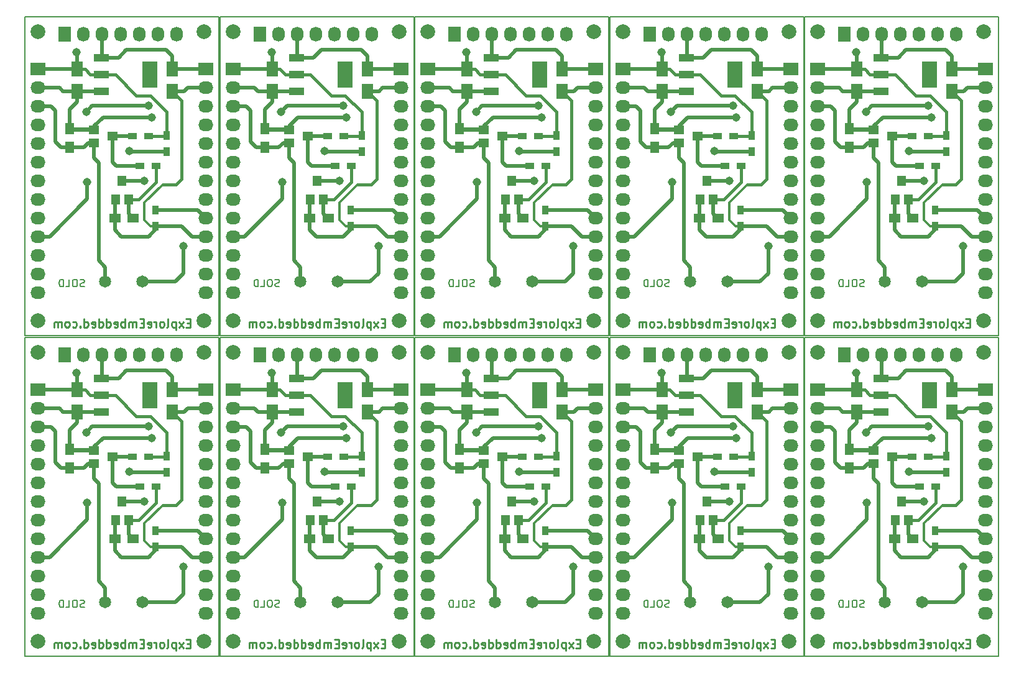
<source format=gbr>
G04 #@! TF.FileFunction,Copper,L2,Bot,Signal*
%FSLAX46Y46*%
G04 Gerber Fmt 4.6, Leading zero omitted, Abs format (unit mm)*
G04 Created by KiCad (PCBNEW (2015-01-16 BZR 5376)-product) date 6/19/2015 1:22:51 PM*
%MOMM*%
G01*
G04 APERTURE LIST*
%ADD10C,0.100000*%
%ADD11C,0.254000*%
%ADD12C,0.200000*%
%ADD13R,1.727200X2.032000*%
%ADD14O,1.727200X2.032000*%
%ADD15R,2.032000X3.657600*%
%ADD16R,2.032000X1.016000*%
%ADD17C,1.651000*%
%ADD18R,0.900000X1.200000*%
%ADD19R,1.200000X0.900000*%
%ADD20R,1.168400X1.422400*%
%ADD21R,1.422400X1.168400*%
%ADD22R,2.032000X1.727200*%
%ADD23O,2.032000X1.727200*%
%ADD24R,1.501140X2.148840*%
%ADD25R,1.500000X1.250000*%
%ADD26R,1.250000X1.500000*%
%ADD27C,2.000000*%
%ADD28C,1.143000*%
%ADD29C,0.508000*%
%ADD30C,0.350000*%
%ADD31C,0.381000*%
G04 APERTURE END LIST*
D10*
D11*
X62973857Y-72689357D02*
X62592857Y-72689357D01*
X62429571Y-73288071D02*
X62973857Y-73288071D01*
X62973857Y-72145071D01*
X62429571Y-72145071D01*
X62048571Y-73288071D02*
X61449857Y-72526071D01*
X62048571Y-72526071D02*
X61449857Y-73288071D01*
X61014428Y-72526071D02*
X61014428Y-73669071D01*
X61014428Y-72580500D02*
X60905571Y-72526071D01*
X60687857Y-72526071D01*
X60579000Y-72580500D01*
X60524571Y-72634929D01*
X60470142Y-72743786D01*
X60470142Y-73070357D01*
X60524571Y-73179214D01*
X60579000Y-73233643D01*
X60687857Y-73288071D01*
X60905571Y-73288071D01*
X61014428Y-73233643D01*
X59816999Y-73288071D02*
X59925857Y-73233643D01*
X59980285Y-73124786D01*
X59980285Y-72145071D01*
X59218285Y-73288071D02*
X59327143Y-73233643D01*
X59381571Y-73179214D01*
X59436000Y-73070357D01*
X59436000Y-72743786D01*
X59381571Y-72634929D01*
X59327143Y-72580500D01*
X59218285Y-72526071D01*
X59055000Y-72526071D01*
X58946143Y-72580500D01*
X58891714Y-72634929D01*
X58837285Y-72743786D01*
X58837285Y-73070357D01*
X58891714Y-73179214D01*
X58946143Y-73233643D01*
X59055000Y-73288071D01*
X59218285Y-73288071D01*
X58347428Y-73288071D02*
X58347428Y-72526071D01*
X58347428Y-72743786D02*
X58293000Y-72634929D01*
X58238571Y-72580500D01*
X58129714Y-72526071D01*
X58020857Y-72526071D01*
X57204429Y-73233643D02*
X57313286Y-73288071D01*
X57531000Y-73288071D01*
X57639857Y-73233643D01*
X57694286Y-73124786D01*
X57694286Y-72689357D01*
X57639857Y-72580500D01*
X57531000Y-72526071D01*
X57313286Y-72526071D01*
X57204429Y-72580500D01*
X57150000Y-72689357D01*
X57150000Y-72798214D01*
X57694286Y-72907071D01*
X56660143Y-72689357D02*
X56279143Y-72689357D01*
X56115857Y-73288071D02*
X56660143Y-73288071D01*
X56660143Y-72145071D01*
X56115857Y-72145071D01*
X55626000Y-73288071D02*
X55626000Y-72526071D01*
X55626000Y-72634929D02*
X55571572Y-72580500D01*
X55462714Y-72526071D01*
X55299429Y-72526071D01*
X55190572Y-72580500D01*
X55136143Y-72689357D01*
X55136143Y-73288071D01*
X55136143Y-72689357D02*
X55081714Y-72580500D01*
X54972857Y-72526071D01*
X54809572Y-72526071D01*
X54700714Y-72580500D01*
X54646286Y-72689357D01*
X54646286Y-73288071D01*
X54102000Y-73288071D02*
X54102000Y-72145071D01*
X54102000Y-72580500D02*
X53993143Y-72526071D01*
X53775429Y-72526071D01*
X53666572Y-72580500D01*
X53612143Y-72634929D01*
X53557714Y-72743786D01*
X53557714Y-73070357D01*
X53612143Y-73179214D01*
X53666572Y-73233643D01*
X53775429Y-73288071D01*
X53993143Y-73288071D01*
X54102000Y-73233643D01*
X52632429Y-73233643D02*
X52741286Y-73288071D01*
X52959000Y-73288071D01*
X53067857Y-73233643D01*
X53122286Y-73124786D01*
X53122286Y-72689357D01*
X53067857Y-72580500D01*
X52959000Y-72526071D01*
X52741286Y-72526071D01*
X52632429Y-72580500D01*
X52578000Y-72689357D01*
X52578000Y-72798214D01*
X53122286Y-72907071D01*
X51598286Y-73288071D02*
X51598286Y-72145071D01*
X51598286Y-73233643D02*
X51707143Y-73288071D01*
X51924857Y-73288071D01*
X52033715Y-73233643D01*
X52088143Y-73179214D01*
X52142572Y-73070357D01*
X52142572Y-72743786D01*
X52088143Y-72634929D01*
X52033715Y-72580500D01*
X51924857Y-72526071D01*
X51707143Y-72526071D01*
X51598286Y-72580500D01*
X50564143Y-73288071D02*
X50564143Y-72145071D01*
X50564143Y-73233643D02*
X50673000Y-73288071D01*
X50890714Y-73288071D01*
X50999572Y-73233643D01*
X51054000Y-73179214D01*
X51108429Y-73070357D01*
X51108429Y-72743786D01*
X51054000Y-72634929D01*
X50999572Y-72580500D01*
X50890714Y-72526071D01*
X50673000Y-72526071D01*
X50564143Y-72580500D01*
X49584429Y-73233643D02*
X49693286Y-73288071D01*
X49911000Y-73288071D01*
X50019857Y-73233643D01*
X50074286Y-73124786D01*
X50074286Y-72689357D01*
X50019857Y-72580500D01*
X49911000Y-72526071D01*
X49693286Y-72526071D01*
X49584429Y-72580500D01*
X49530000Y-72689357D01*
X49530000Y-72798214D01*
X50074286Y-72907071D01*
X48550286Y-73288071D02*
X48550286Y-72145071D01*
X48550286Y-73233643D02*
X48659143Y-73288071D01*
X48876857Y-73288071D01*
X48985715Y-73233643D01*
X49040143Y-73179214D01*
X49094572Y-73070357D01*
X49094572Y-72743786D01*
X49040143Y-72634929D01*
X48985715Y-72580500D01*
X48876857Y-72526071D01*
X48659143Y-72526071D01*
X48550286Y-72580500D01*
X48006000Y-73179214D02*
X47951572Y-73233643D01*
X48006000Y-73288071D01*
X48060429Y-73233643D01*
X48006000Y-73179214D01*
X48006000Y-73288071D01*
X46971857Y-73233643D02*
X47080714Y-73288071D01*
X47298428Y-73288071D01*
X47407286Y-73233643D01*
X47461714Y-73179214D01*
X47516143Y-73070357D01*
X47516143Y-72743786D01*
X47461714Y-72634929D01*
X47407286Y-72580500D01*
X47298428Y-72526071D01*
X47080714Y-72526071D01*
X46971857Y-72580500D01*
X46318714Y-73288071D02*
X46427572Y-73233643D01*
X46482000Y-73179214D01*
X46536429Y-73070357D01*
X46536429Y-72743786D01*
X46482000Y-72634929D01*
X46427572Y-72580500D01*
X46318714Y-72526071D01*
X46155429Y-72526071D01*
X46046572Y-72580500D01*
X45992143Y-72634929D01*
X45937714Y-72743786D01*
X45937714Y-73070357D01*
X45992143Y-73179214D01*
X46046572Y-73233643D01*
X46155429Y-73288071D01*
X46318714Y-73288071D01*
X45447857Y-73288071D02*
X45447857Y-72526071D01*
X45447857Y-72634929D02*
X45393429Y-72580500D01*
X45284571Y-72526071D01*
X45121286Y-72526071D01*
X45012429Y-72580500D01*
X44958000Y-72689357D01*
X44958000Y-73288071D01*
X44958000Y-72689357D02*
X44903571Y-72580500D01*
X44794714Y-72526071D01*
X44631429Y-72526071D01*
X44522571Y-72580500D01*
X44468143Y-72689357D01*
X44468143Y-73288071D01*
D12*
X146685000Y-74676000D02*
X146685000Y-114808000D01*
X173101000Y-114808000D02*
X173101000Y-74676000D01*
X173101000Y-74676000D02*
X146685000Y-74676000D01*
X154749286Y-111402762D02*
X154606429Y-111450381D01*
X154368333Y-111450381D01*
X154273095Y-111402762D01*
X154225476Y-111355143D01*
X154177857Y-111259905D01*
X154177857Y-111164667D01*
X154225476Y-111069429D01*
X154273095Y-111021810D01*
X154368333Y-110974190D01*
X154558810Y-110926571D01*
X154654048Y-110878952D01*
X154701667Y-110831333D01*
X154749286Y-110736095D01*
X154749286Y-110640857D01*
X154701667Y-110545619D01*
X154654048Y-110498000D01*
X154558810Y-110450381D01*
X154320714Y-110450381D01*
X154177857Y-110498000D01*
X153558810Y-110450381D02*
X153368333Y-110450381D01*
X153273095Y-110498000D01*
X153177857Y-110593238D01*
X153130238Y-110783714D01*
X153130238Y-111117048D01*
X153177857Y-111307524D01*
X153273095Y-111402762D01*
X153368333Y-111450381D01*
X153558810Y-111450381D01*
X153654048Y-111402762D01*
X153749286Y-111307524D01*
X153796905Y-111117048D01*
X153796905Y-110783714D01*
X153749286Y-110593238D01*
X153654048Y-110498000D01*
X153558810Y-110450381D01*
X152225476Y-111450381D02*
X152701667Y-111450381D01*
X152701667Y-110450381D01*
X151892143Y-111450381D02*
X151892143Y-110450381D01*
X151654048Y-110450381D01*
X151511190Y-110498000D01*
X151415952Y-110593238D01*
X151368333Y-110688476D01*
X151320714Y-110878952D01*
X151320714Y-111021810D01*
X151368333Y-111212286D01*
X151415952Y-111307524D01*
X151511190Y-111402762D01*
X151654048Y-111450381D01*
X151892143Y-111450381D01*
X146685000Y-114808000D02*
X146685000Y-118110000D01*
X146685000Y-118110000D02*
X173101000Y-118110000D01*
X173101000Y-118110000D02*
X173101000Y-114808000D01*
D11*
X169145857Y-116377357D02*
X168764857Y-116377357D01*
X168601571Y-116976071D02*
X169145857Y-116976071D01*
X169145857Y-115833071D01*
X168601571Y-115833071D01*
X168220571Y-116976071D02*
X167621857Y-116214071D01*
X168220571Y-116214071D02*
X167621857Y-116976071D01*
X167186428Y-116214071D02*
X167186428Y-117357071D01*
X167186428Y-116268500D02*
X167077571Y-116214071D01*
X166859857Y-116214071D01*
X166751000Y-116268500D01*
X166696571Y-116322929D01*
X166642142Y-116431786D01*
X166642142Y-116758357D01*
X166696571Y-116867214D01*
X166751000Y-116921643D01*
X166859857Y-116976071D01*
X167077571Y-116976071D01*
X167186428Y-116921643D01*
X165988999Y-116976071D02*
X166097857Y-116921643D01*
X166152285Y-116812786D01*
X166152285Y-115833071D01*
X165390285Y-116976071D02*
X165499143Y-116921643D01*
X165553571Y-116867214D01*
X165608000Y-116758357D01*
X165608000Y-116431786D01*
X165553571Y-116322929D01*
X165499143Y-116268500D01*
X165390285Y-116214071D01*
X165227000Y-116214071D01*
X165118143Y-116268500D01*
X165063714Y-116322929D01*
X165009285Y-116431786D01*
X165009285Y-116758357D01*
X165063714Y-116867214D01*
X165118143Y-116921643D01*
X165227000Y-116976071D01*
X165390285Y-116976071D01*
X164519428Y-116976071D02*
X164519428Y-116214071D01*
X164519428Y-116431786D02*
X164465000Y-116322929D01*
X164410571Y-116268500D01*
X164301714Y-116214071D01*
X164192857Y-116214071D01*
X163376429Y-116921643D02*
X163485286Y-116976071D01*
X163703000Y-116976071D01*
X163811857Y-116921643D01*
X163866286Y-116812786D01*
X163866286Y-116377357D01*
X163811857Y-116268500D01*
X163703000Y-116214071D01*
X163485286Y-116214071D01*
X163376429Y-116268500D01*
X163322000Y-116377357D01*
X163322000Y-116486214D01*
X163866286Y-116595071D01*
X162832143Y-116377357D02*
X162451143Y-116377357D01*
X162287857Y-116976071D02*
X162832143Y-116976071D01*
X162832143Y-115833071D01*
X162287857Y-115833071D01*
X161798000Y-116976071D02*
X161798000Y-116214071D01*
X161798000Y-116322929D02*
X161743572Y-116268500D01*
X161634714Y-116214071D01*
X161471429Y-116214071D01*
X161362572Y-116268500D01*
X161308143Y-116377357D01*
X161308143Y-116976071D01*
X161308143Y-116377357D02*
X161253714Y-116268500D01*
X161144857Y-116214071D01*
X160981572Y-116214071D01*
X160872714Y-116268500D01*
X160818286Y-116377357D01*
X160818286Y-116976071D01*
X160274000Y-116976071D02*
X160274000Y-115833071D01*
X160274000Y-116268500D02*
X160165143Y-116214071D01*
X159947429Y-116214071D01*
X159838572Y-116268500D01*
X159784143Y-116322929D01*
X159729714Y-116431786D01*
X159729714Y-116758357D01*
X159784143Y-116867214D01*
X159838572Y-116921643D01*
X159947429Y-116976071D01*
X160165143Y-116976071D01*
X160274000Y-116921643D01*
X158804429Y-116921643D02*
X158913286Y-116976071D01*
X159131000Y-116976071D01*
X159239857Y-116921643D01*
X159294286Y-116812786D01*
X159294286Y-116377357D01*
X159239857Y-116268500D01*
X159131000Y-116214071D01*
X158913286Y-116214071D01*
X158804429Y-116268500D01*
X158750000Y-116377357D01*
X158750000Y-116486214D01*
X159294286Y-116595071D01*
X157770286Y-116976071D02*
X157770286Y-115833071D01*
X157770286Y-116921643D02*
X157879143Y-116976071D01*
X158096857Y-116976071D01*
X158205715Y-116921643D01*
X158260143Y-116867214D01*
X158314572Y-116758357D01*
X158314572Y-116431786D01*
X158260143Y-116322929D01*
X158205715Y-116268500D01*
X158096857Y-116214071D01*
X157879143Y-116214071D01*
X157770286Y-116268500D01*
X156736143Y-116976071D02*
X156736143Y-115833071D01*
X156736143Y-116921643D02*
X156845000Y-116976071D01*
X157062714Y-116976071D01*
X157171572Y-116921643D01*
X157226000Y-116867214D01*
X157280429Y-116758357D01*
X157280429Y-116431786D01*
X157226000Y-116322929D01*
X157171572Y-116268500D01*
X157062714Y-116214071D01*
X156845000Y-116214071D01*
X156736143Y-116268500D01*
X155756429Y-116921643D02*
X155865286Y-116976071D01*
X156083000Y-116976071D01*
X156191857Y-116921643D01*
X156246286Y-116812786D01*
X156246286Y-116377357D01*
X156191857Y-116268500D01*
X156083000Y-116214071D01*
X155865286Y-116214071D01*
X155756429Y-116268500D01*
X155702000Y-116377357D01*
X155702000Y-116486214D01*
X156246286Y-116595071D01*
X154722286Y-116976071D02*
X154722286Y-115833071D01*
X154722286Y-116921643D02*
X154831143Y-116976071D01*
X155048857Y-116976071D01*
X155157715Y-116921643D01*
X155212143Y-116867214D01*
X155266572Y-116758357D01*
X155266572Y-116431786D01*
X155212143Y-116322929D01*
X155157715Y-116268500D01*
X155048857Y-116214071D01*
X154831143Y-116214071D01*
X154722286Y-116268500D01*
X154178000Y-116867214D02*
X154123572Y-116921643D01*
X154178000Y-116976071D01*
X154232429Y-116921643D01*
X154178000Y-116867214D01*
X154178000Y-116976071D01*
X153143857Y-116921643D02*
X153252714Y-116976071D01*
X153470428Y-116976071D01*
X153579286Y-116921643D01*
X153633714Y-116867214D01*
X153688143Y-116758357D01*
X153688143Y-116431786D01*
X153633714Y-116322929D01*
X153579286Y-116268500D01*
X153470428Y-116214071D01*
X153252714Y-116214071D01*
X153143857Y-116268500D01*
X152490714Y-116976071D02*
X152599572Y-116921643D01*
X152654000Y-116867214D01*
X152708429Y-116758357D01*
X152708429Y-116431786D01*
X152654000Y-116322929D01*
X152599572Y-116268500D01*
X152490714Y-116214071D01*
X152327429Y-116214071D01*
X152218572Y-116268500D01*
X152164143Y-116322929D01*
X152109714Y-116431786D01*
X152109714Y-116758357D01*
X152164143Y-116867214D01*
X152218572Y-116921643D01*
X152327429Y-116976071D01*
X152490714Y-116976071D01*
X151619857Y-116976071D02*
X151619857Y-116214071D01*
X151619857Y-116322929D02*
X151565429Y-116268500D01*
X151456571Y-116214071D01*
X151293286Y-116214071D01*
X151184429Y-116268500D01*
X151130000Y-116377357D01*
X151130000Y-116976071D01*
X151130000Y-116377357D02*
X151075571Y-116268500D01*
X150966714Y-116214071D01*
X150803429Y-116214071D01*
X150694571Y-116268500D01*
X150640143Y-116377357D01*
X150640143Y-116976071D01*
D12*
X120142000Y-74676000D02*
X120142000Y-114808000D01*
X146558000Y-114808000D02*
X146558000Y-74676000D01*
X146558000Y-74676000D02*
X120142000Y-74676000D01*
X128206286Y-111402762D02*
X128063429Y-111450381D01*
X127825333Y-111450381D01*
X127730095Y-111402762D01*
X127682476Y-111355143D01*
X127634857Y-111259905D01*
X127634857Y-111164667D01*
X127682476Y-111069429D01*
X127730095Y-111021810D01*
X127825333Y-110974190D01*
X128015810Y-110926571D01*
X128111048Y-110878952D01*
X128158667Y-110831333D01*
X128206286Y-110736095D01*
X128206286Y-110640857D01*
X128158667Y-110545619D01*
X128111048Y-110498000D01*
X128015810Y-110450381D01*
X127777714Y-110450381D01*
X127634857Y-110498000D01*
X127015810Y-110450381D02*
X126825333Y-110450381D01*
X126730095Y-110498000D01*
X126634857Y-110593238D01*
X126587238Y-110783714D01*
X126587238Y-111117048D01*
X126634857Y-111307524D01*
X126730095Y-111402762D01*
X126825333Y-111450381D01*
X127015810Y-111450381D01*
X127111048Y-111402762D01*
X127206286Y-111307524D01*
X127253905Y-111117048D01*
X127253905Y-110783714D01*
X127206286Y-110593238D01*
X127111048Y-110498000D01*
X127015810Y-110450381D01*
X125682476Y-111450381D02*
X126158667Y-111450381D01*
X126158667Y-110450381D01*
X125349143Y-111450381D02*
X125349143Y-110450381D01*
X125111048Y-110450381D01*
X124968190Y-110498000D01*
X124872952Y-110593238D01*
X124825333Y-110688476D01*
X124777714Y-110878952D01*
X124777714Y-111021810D01*
X124825333Y-111212286D01*
X124872952Y-111307524D01*
X124968190Y-111402762D01*
X125111048Y-111450381D01*
X125349143Y-111450381D01*
X120142000Y-114808000D02*
X120142000Y-118110000D01*
X120142000Y-118110000D02*
X146558000Y-118110000D01*
X146558000Y-118110000D02*
X146558000Y-114808000D01*
D11*
X142602857Y-116377357D02*
X142221857Y-116377357D01*
X142058571Y-116976071D02*
X142602857Y-116976071D01*
X142602857Y-115833071D01*
X142058571Y-115833071D01*
X141677571Y-116976071D02*
X141078857Y-116214071D01*
X141677571Y-116214071D02*
X141078857Y-116976071D01*
X140643428Y-116214071D02*
X140643428Y-117357071D01*
X140643428Y-116268500D02*
X140534571Y-116214071D01*
X140316857Y-116214071D01*
X140208000Y-116268500D01*
X140153571Y-116322929D01*
X140099142Y-116431786D01*
X140099142Y-116758357D01*
X140153571Y-116867214D01*
X140208000Y-116921643D01*
X140316857Y-116976071D01*
X140534571Y-116976071D01*
X140643428Y-116921643D01*
X139445999Y-116976071D02*
X139554857Y-116921643D01*
X139609285Y-116812786D01*
X139609285Y-115833071D01*
X138847285Y-116976071D02*
X138956143Y-116921643D01*
X139010571Y-116867214D01*
X139065000Y-116758357D01*
X139065000Y-116431786D01*
X139010571Y-116322929D01*
X138956143Y-116268500D01*
X138847285Y-116214071D01*
X138684000Y-116214071D01*
X138575143Y-116268500D01*
X138520714Y-116322929D01*
X138466285Y-116431786D01*
X138466285Y-116758357D01*
X138520714Y-116867214D01*
X138575143Y-116921643D01*
X138684000Y-116976071D01*
X138847285Y-116976071D01*
X137976428Y-116976071D02*
X137976428Y-116214071D01*
X137976428Y-116431786D02*
X137922000Y-116322929D01*
X137867571Y-116268500D01*
X137758714Y-116214071D01*
X137649857Y-116214071D01*
X136833429Y-116921643D02*
X136942286Y-116976071D01*
X137160000Y-116976071D01*
X137268857Y-116921643D01*
X137323286Y-116812786D01*
X137323286Y-116377357D01*
X137268857Y-116268500D01*
X137160000Y-116214071D01*
X136942286Y-116214071D01*
X136833429Y-116268500D01*
X136779000Y-116377357D01*
X136779000Y-116486214D01*
X137323286Y-116595071D01*
X136289143Y-116377357D02*
X135908143Y-116377357D01*
X135744857Y-116976071D02*
X136289143Y-116976071D01*
X136289143Y-115833071D01*
X135744857Y-115833071D01*
X135255000Y-116976071D02*
X135255000Y-116214071D01*
X135255000Y-116322929D02*
X135200572Y-116268500D01*
X135091714Y-116214071D01*
X134928429Y-116214071D01*
X134819572Y-116268500D01*
X134765143Y-116377357D01*
X134765143Y-116976071D01*
X134765143Y-116377357D02*
X134710714Y-116268500D01*
X134601857Y-116214071D01*
X134438572Y-116214071D01*
X134329714Y-116268500D01*
X134275286Y-116377357D01*
X134275286Y-116976071D01*
X133731000Y-116976071D02*
X133731000Y-115833071D01*
X133731000Y-116268500D02*
X133622143Y-116214071D01*
X133404429Y-116214071D01*
X133295572Y-116268500D01*
X133241143Y-116322929D01*
X133186714Y-116431786D01*
X133186714Y-116758357D01*
X133241143Y-116867214D01*
X133295572Y-116921643D01*
X133404429Y-116976071D01*
X133622143Y-116976071D01*
X133731000Y-116921643D01*
X132261429Y-116921643D02*
X132370286Y-116976071D01*
X132588000Y-116976071D01*
X132696857Y-116921643D01*
X132751286Y-116812786D01*
X132751286Y-116377357D01*
X132696857Y-116268500D01*
X132588000Y-116214071D01*
X132370286Y-116214071D01*
X132261429Y-116268500D01*
X132207000Y-116377357D01*
X132207000Y-116486214D01*
X132751286Y-116595071D01*
X131227286Y-116976071D02*
X131227286Y-115833071D01*
X131227286Y-116921643D02*
X131336143Y-116976071D01*
X131553857Y-116976071D01*
X131662715Y-116921643D01*
X131717143Y-116867214D01*
X131771572Y-116758357D01*
X131771572Y-116431786D01*
X131717143Y-116322929D01*
X131662715Y-116268500D01*
X131553857Y-116214071D01*
X131336143Y-116214071D01*
X131227286Y-116268500D01*
X130193143Y-116976071D02*
X130193143Y-115833071D01*
X130193143Y-116921643D02*
X130302000Y-116976071D01*
X130519714Y-116976071D01*
X130628572Y-116921643D01*
X130683000Y-116867214D01*
X130737429Y-116758357D01*
X130737429Y-116431786D01*
X130683000Y-116322929D01*
X130628572Y-116268500D01*
X130519714Y-116214071D01*
X130302000Y-116214071D01*
X130193143Y-116268500D01*
X129213429Y-116921643D02*
X129322286Y-116976071D01*
X129540000Y-116976071D01*
X129648857Y-116921643D01*
X129703286Y-116812786D01*
X129703286Y-116377357D01*
X129648857Y-116268500D01*
X129540000Y-116214071D01*
X129322286Y-116214071D01*
X129213429Y-116268500D01*
X129159000Y-116377357D01*
X129159000Y-116486214D01*
X129703286Y-116595071D01*
X128179286Y-116976071D02*
X128179286Y-115833071D01*
X128179286Y-116921643D02*
X128288143Y-116976071D01*
X128505857Y-116976071D01*
X128614715Y-116921643D01*
X128669143Y-116867214D01*
X128723572Y-116758357D01*
X128723572Y-116431786D01*
X128669143Y-116322929D01*
X128614715Y-116268500D01*
X128505857Y-116214071D01*
X128288143Y-116214071D01*
X128179286Y-116268500D01*
X127635000Y-116867214D02*
X127580572Y-116921643D01*
X127635000Y-116976071D01*
X127689429Y-116921643D01*
X127635000Y-116867214D01*
X127635000Y-116976071D01*
X126600857Y-116921643D02*
X126709714Y-116976071D01*
X126927428Y-116976071D01*
X127036286Y-116921643D01*
X127090714Y-116867214D01*
X127145143Y-116758357D01*
X127145143Y-116431786D01*
X127090714Y-116322929D01*
X127036286Y-116268500D01*
X126927428Y-116214071D01*
X126709714Y-116214071D01*
X126600857Y-116268500D01*
X125947714Y-116976071D02*
X126056572Y-116921643D01*
X126111000Y-116867214D01*
X126165429Y-116758357D01*
X126165429Y-116431786D01*
X126111000Y-116322929D01*
X126056572Y-116268500D01*
X125947714Y-116214071D01*
X125784429Y-116214071D01*
X125675572Y-116268500D01*
X125621143Y-116322929D01*
X125566714Y-116431786D01*
X125566714Y-116758357D01*
X125621143Y-116867214D01*
X125675572Y-116921643D01*
X125784429Y-116976071D01*
X125947714Y-116976071D01*
X125076857Y-116976071D02*
X125076857Y-116214071D01*
X125076857Y-116322929D02*
X125022429Y-116268500D01*
X124913571Y-116214071D01*
X124750286Y-116214071D01*
X124641429Y-116268500D01*
X124587000Y-116377357D01*
X124587000Y-116976071D01*
X124587000Y-116377357D02*
X124532571Y-116268500D01*
X124423714Y-116214071D01*
X124260429Y-116214071D01*
X124151571Y-116268500D01*
X124097143Y-116377357D01*
X124097143Y-116976071D01*
D12*
X93599000Y-74676000D02*
X93599000Y-114808000D01*
X120015000Y-114808000D02*
X120015000Y-74676000D01*
X120015000Y-74676000D02*
X93599000Y-74676000D01*
X101663286Y-111402762D02*
X101520429Y-111450381D01*
X101282333Y-111450381D01*
X101187095Y-111402762D01*
X101139476Y-111355143D01*
X101091857Y-111259905D01*
X101091857Y-111164667D01*
X101139476Y-111069429D01*
X101187095Y-111021810D01*
X101282333Y-110974190D01*
X101472810Y-110926571D01*
X101568048Y-110878952D01*
X101615667Y-110831333D01*
X101663286Y-110736095D01*
X101663286Y-110640857D01*
X101615667Y-110545619D01*
X101568048Y-110498000D01*
X101472810Y-110450381D01*
X101234714Y-110450381D01*
X101091857Y-110498000D01*
X100472810Y-110450381D02*
X100282333Y-110450381D01*
X100187095Y-110498000D01*
X100091857Y-110593238D01*
X100044238Y-110783714D01*
X100044238Y-111117048D01*
X100091857Y-111307524D01*
X100187095Y-111402762D01*
X100282333Y-111450381D01*
X100472810Y-111450381D01*
X100568048Y-111402762D01*
X100663286Y-111307524D01*
X100710905Y-111117048D01*
X100710905Y-110783714D01*
X100663286Y-110593238D01*
X100568048Y-110498000D01*
X100472810Y-110450381D01*
X99139476Y-111450381D02*
X99615667Y-111450381D01*
X99615667Y-110450381D01*
X98806143Y-111450381D02*
X98806143Y-110450381D01*
X98568048Y-110450381D01*
X98425190Y-110498000D01*
X98329952Y-110593238D01*
X98282333Y-110688476D01*
X98234714Y-110878952D01*
X98234714Y-111021810D01*
X98282333Y-111212286D01*
X98329952Y-111307524D01*
X98425190Y-111402762D01*
X98568048Y-111450381D01*
X98806143Y-111450381D01*
X93599000Y-114808000D02*
X93599000Y-118110000D01*
X93599000Y-118110000D02*
X120015000Y-118110000D01*
X120015000Y-118110000D02*
X120015000Y-114808000D01*
D11*
X116059857Y-116377357D02*
X115678857Y-116377357D01*
X115515571Y-116976071D02*
X116059857Y-116976071D01*
X116059857Y-115833071D01*
X115515571Y-115833071D01*
X115134571Y-116976071D02*
X114535857Y-116214071D01*
X115134571Y-116214071D02*
X114535857Y-116976071D01*
X114100428Y-116214071D02*
X114100428Y-117357071D01*
X114100428Y-116268500D02*
X113991571Y-116214071D01*
X113773857Y-116214071D01*
X113665000Y-116268500D01*
X113610571Y-116322929D01*
X113556142Y-116431786D01*
X113556142Y-116758357D01*
X113610571Y-116867214D01*
X113665000Y-116921643D01*
X113773857Y-116976071D01*
X113991571Y-116976071D01*
X114100428Y-116921643D01*
X112902999Y-116976071D02*
X113011857Y-116921643D01*
X113066285Y-116812786D01*
X113066285Y-115833071D01*
X112304285Y-116976071D02*
X112413143Y-116921643D01*
X112467571Y-116867214D01*
X112522000Y-116758357D01*
X112522000Y-116431786D01*
X112467571Y-116322929D01*
X112413143Y-116268500D01*
X112304285Y-116214071D01*
X112141000Y-116214071D01*
X112032143Y-116268500D01*
X111977714Y-116322929D01*
X111923285Y-116431786D01*
X111923285Y-116758357D01*
X111977714Y-116867214D01*
X112032143Y-116921643D01*
X112141000Y-116976071D01*
X112304285Y-116976071D01*
X111433428Y-116976071D02*
X111433428Y-116214071D01*
X111433428Y-116431786D02*
X111379000Y-116322929D01*
X111324571Y-116268500D01*
X111215714Y-116214071D01*
X111106857Y-116214071D01*
X110290429Y-116921643D02*
X110399286Y-116976071D01*
X110617000Y-116976071D01*
X110725857Y-116921643D01*
X110780286Y-116812786D01*
X110780286Y-116377357D01*
X110725857Y-116268500D01*
X110617000Y-116214071D01*
X110399286Y-116214071D01*
X110290429Y-116268500D01*
X110236000Y-116377357D01*
X110236000Y-116486214D01*
X110780286Y-116595071D01*
X109746143Y-116377357D02*
X109365143Y-116377357D01*
X109201857Y-116976071D02*
X109746143Y-116976071D01*
X109746143Y-115833071D01*
X109201857Y-115833071D01*
X108712000Y-116976071D02*
X108712000Y-116214071D01*
X108712000Y-116322929D02*
X108657572Y-116268500D01*
X108548714Y-116214071D01*
X108385429Y-116214071D01*
X108276572Y-116268500D01*
X108222143Y-116377357D01*
X108222143Y-116976071D01*
X108222143Y-116377357D02*
X108167714Y-116268500D01*
X108058857Y-116214071D01*
X107895572Y-116214071D01*
X107786714Y-116268500D01*
X107732286Y-116377357D01*
X107732286Y-116976071D01*
X107188000Y-116976071D02*
X107188000Y-115833071D01*
X107188000Y-116268500D02*
X107079143Y-116214071D01*
X106861429Y-116214071D01*
X106752572Y-116268500D01*
X106698143Y-116322929D01*
X106643714Y-116431786D01*
X106643714Y-116758357D01*
X106698143Y-116867214D01*
X106752572Y-116921643D01*
X106861429Y-116976071D01*
X107079143Y-116976071D01*
X107188000Y-116921643D01*
X105718429Y-116921643D02*
X105827286Y-116976071D01*
X106045000Y-116976071D01*
X106153857Y-116921643D01*
X106208286Y-116812786D01*
X106208286Y-116377357D01*
X106153857Y-116268500D01*
X106045000Y-116214071D01*
X105827286Y-116214071D01*
X105718429Y-116268500D01*
X105664000Y-116377357D01*
X105664000Y-116486214D01*
X106208286Y-116595071D01*
X104684286Y-116976071D02*
X104684286Y-115833071D01*
X104684286Y-116921643D02*
X104793143Y-116976071D01*
X105010857Y-116976071D01*
X105119715Y-116921643D01*
X105174143Y-116867214D01*
X105228572Y-116758357D01*
X105228572Y-116431786D01*
X105174143Y-116322929D01*
X105119715Y-116268500D01*
X105010857Y-116214071D01*
X104793143Y-116214071D01*
X104684286Y-116268500D01*
X103650143Y-116976071D02*
X103650143Y-115833071D01*
X103650143Y-116921643D02*
X103759000Y-116976071D01*
X103976714Y-116976071D01*
X104085572Y-116921643D01*
X104140000Y-116867214D01*
X104194429Y-116758357D01*
X104194429Y-116431786D01*
X104140000Y-116322929D01*
X104085572Y-116268500D01*
X103976714Y-116214071D01*
X103759000Y-116214071D01*
X103650143Y-116268500D01*
X102670429Y-116921643D02*
X102779286Y-116976071D01*
X102997000Y-116976071D01*
X103105857Y-116921643D01*
X103160286Y-116812786D01*
X103160286Y-116377357D01*
X103105857Y-116268500D01*
X102997000Y-116214071D01*
X102779286Y-116214071D01*
X102670429Y-116268500D01*
X102616000Y-116377357D01*
X102616000Y-116486214D01*
X103160286Y-116595071D01*
X101636286Y-116976071D02*
X101636286Y-115833071D01*
X101636286Y-116921643D02*
X101745143Y-116976071D01*
X101962857Y-116976071D01*
X102071715Y-116921643D01*
X102126143Y-116867214D01*
X102180572Y-116758357D01*
X102180572Y-116431786D01*
X102126143Y-116322929D01*
X102071715Y-116268500D01*
X101962857Y-116214071D01*
X101745143Y-116214071D01*
X101636286Y-116268500D01*
X101092000Y-116867214D02*
X101037572Y-116921643D01*
X101092000Y-116976071D01*
X101146429Y-116921643D01*
X101092000Y-116867214D01*
X101092000Y-116976071D01*
X100057857Y-116921643D02*
X100166714Y-116976071D01*
X100384428Y-116976071D01*
X100493286Y-116921643D01*
X100547714Y-116867214D01*
X100602143Y-116758357D01*
X100602143Y-116431786D01*
X100547714Y-116322929D01*
X100493286Y-116268500D01*
X100384428Y-116214071D01*
X100166714Y-116214071D01*
X100057857Y-116268500D01*
X99404714Y-116976071D02*
X99513572Y-116921643D01*
X99568000Y-116867214D01*
X99622429Y-116758357D01*
X99622429Y-116431786D01*
X99568000Y-116322929D01*
X99513572Y-116268500D01*
X99404714Y-116214071D01*
X99241429Y-116214071D01*
X99132572Y-116268500D01*
X99078143Y-116322929D01*
X99023714Y-116431786D01*
X99023714Y-116758357D01*
X99078143Y-116867214D01*
X99132572Y-116921643D01*
X99241429Y-116976071D01*
X99404714Y-116976071D01*
X98533857Y-116976071D02*
X98533857Y-116214071D01*
X98533857Y-116322929D02*
X98479429Y-116268500D01*
X98370571Y-116214071D01*
X98207286Y-116214071D01*
X98098429Y-116268500D01*
X98044000Y-116377357D01*
X98044000Y-116976071D01*
X98044000Y-116377357D02*
X97989571Y-116268500D01*
X97880714Y-116214071D01*
X97717429Y-116214071D01*
X97608571Y-116268500D01*
X97554143Y-116377357D01*
X97554143Y-116976071D01*
D12*
X67056000Y-74676000D02*
X67056000Y-114808000D01*
X93472000Y-114808000D02*
X93472000Y-74676000D01*
X93472000Y-74676000D02*
X67056000Y-74676000D01*
X75120286Y-111402762D02*
X74977429Y-111450381D01*
X74739333Y-111450381D01*
X74644095Y-111402762D01*
X74596476Y-111355143D01*
X74548857Y-111259905D01*
X74548857Y-111164667D01*
X74596476Y-111069429D01*
X74644095Y-111021810D01*
X74739333Y-110974190D01*
X74929810Y-110926571D01*
X75025048Y-110878952D01*
X75072667Y-110831333D01*
X75120286Y-110736095D01*
X75120286Y-110640857D01*
X75072667Y-110545619D01*
X75025048Y-110498000D01*
X74929810Y-110450381D01*
X74691714Y-110450381D01*
X74548857Y-110498000D01*
X73929810Y-110450381D02*
X73739333Y-110450381D01*
X73644095Y-110498000D01*
X73548857Y-110593238D01*
X73501238Y-110783714D01*
X73501238Y-111117048D01*
X73548857Y-111307524D01*
X73644095Y-111402762D01*
X73739333Y-111450381D01*
X73929810Y-111450381D01*
X74025048Y-111402762D01*
X74120286Y-111307524D01*
X74167905Y-111117048D01*
X74167905Y-110783714D01*
X74120286Y-110593238D01*
X74025048Y-110498000D01*
X73929810Y-110450381D01*
X72596476Y-111450381D02*
X73072667Y-111450381D01*
X73072667Y-110450381D01*
X72263143Y-111450381D02*
X72263143Y-110450381D01*
X72025048Y-110450381D01*
X71882190Y-110498000D01*
X71786952Y-110593238D01*
X71739333Y-110688476D01*
X71691714Y-110878952D01*
X71691714Y-111021810D01*
X71739333Y-111212286D01*
X71786952Y-111307524D01*
X71882190Y-111402762D01*
X72025048Y-111450381D01*
X72263143Y-111450381D01*
X67056000Y-114808000D02*
X67056000Y-118110000D01*
X67056000Y-118110000D02*
X93472000Y-118110000D01*
X93472000Y-118110000D02*
X93472000Y-114808000D01*
D11*
X89516857Y-116377357D02*
X89135857Y-116377357D01*
X88972571Y-116976071D02*
X89516857Y-116976071D01*
X89516857Y-115833071D01*
X88972571Y-115833071D01*
X88591571Y-116976071D02*
X87992857Y-116214071D01*
X88591571Y-116214071D02*
X87992857Y-116976071D01*
X87557428Y-116214071D02*
X87557428Y-117357071D01*
X87557428Y-116268500D02*
X87448571Y-116214071D01*
X87230857Y-116214071D01*
X87122000Y-116268500D01*
X87067571Y-116322929D01*
X87013142Y-116431786D01*
X87013142Y-116758357D01*
X87067571Y-116867214D01*
X87122000Y-116921643D01*
X87230857Y-116976071D01*
X87448571Y-116976071D01*
X87557428Y-116921643D01*
X86359999Y-116976071D02*
X86468857Y-116921643D01*
X86523285Y-116812786D01*
X86523285Y-115833071D01*
X85761285Y-116976071D02*
X85870143Y-116921643D01*
X85924571Y-116867214D01*
X85979000Y-116758357D01*
X85979000Y-116431786D01*
X85924571Y-116322929D01*
X85870143Y-116268500D01*
X85761285Y-116214071D01*
X85598000Y-116214071D01*
X85489143Y-116268500D01*
X85434714Y-116322929D01*
X85380285Y-116431786D01*
X85380285Y-116758357D01*
X85434714Y-116867214D01*
X85489143Y-116921643D01*
X85598000Y-116976071D01*
X85761285Y-116976071D01*
X84890428Y-116976071D02*
X84890428Y-116214071D01*
X84890428Y-116431786D02*
X84836000Y-116322929D01*
X84781571Y-116268500D01*
X84672714Y-116214071D01*
X84563857Y-116214071D01*
X83747429Y-116921643D02*
X83856286Y-116976071D01*
X84074000Y-116976071D01*
X84182857Y-116921643D01*
X84237286Y-116812786D01*
X84237286Y-116377357D01*
X84182857Y-116268500D01*
X84074000Y-116214071D01*
X83856286Y-116214071D01*
X83747429Y-116268500D01*
X83693000Y-116377357D01*
X83693000Y-116486214D01*
X84237286Y-116595071D01*
X83203143Y-116377357D02*
X82822143Y-116377357D01*
X82658857Y-116976071D02*
X83203143Y-116976071D01*
X83203143Y-115833071D01*
X82658857Y-115833071D01*
X82169000Y-116976071D02*
X82169000Y-116214071D01*
X82169000Y-116322929D02*
X82114572Y-116268500D01*
X82005714Y-116214071D01*
X81842429Y-116214071D01*
X81733572Y-116268500D01*
X81679143Y-116377357D01*
X81679143Y-116976071D01*
X81679143Y-116377357D02*
X81624714Y-116268500D01*
X81515857Y-116214071D01*
X81352572Y-116214071D01*
X81243714Y-116268500D01*
X81189286Y-116377357D01*
X81189286Y-116976071D01*
X80645000Y-116976071D02*
X80645000Y-115833071D01*
X80645000Y-116268500D02*
X80536143Y-116214071D01*
X80318429Y-116214071D01*
X80209572Y-116268500D01*
X80155143Y-116322929D01*
X80100714Y-116431786D01*
X80100714Y-116758357D01*
X80155143Y-116867214D01*
X80209572Y-116921643D01*
X80318429Y-116976071D01*
X80536143Y-116976071D01*
X80645000Y-116921643D01*
X79175429Y-116921643D02*
X79284286Y-116976071D01*
X79502000Y-116976071D01*
X79610857Y-116921643D01*
X79665286Y-116812786D01*
X79665286Y-116377357D01*
X79610857Y-116268500D01*
X79502000Y-116214071D01*
X79284286Y-116214071D01*
X79175429Y-116268500D01*
X79121000Y-116377357D01*
X79121000Y-116486214D01*
X79665286Y-116595071D01*
X78141286Y-116976071D02*
X78141286Y-115833071D01*
X78141286Y-116921643D02*
X78250143Y-116976071D01*
X78467857Y-116976071D01*
X78576715Y-116921643D01*
X78631143Y-116867214D01*
X78685572Y-116758357D01*
X78685572Y-116431786D01*
X78631143Y-116322929D01*
X78576715Y-116268500D01*
X78467857Y-116214071D01*
X78250143Y-116214071D01*
X78141286Y-116268500D01*
X77107143Y-116976071D02*
X77107143Y-115833071D01*
X77107143Y-116921643D02*
X77216000Y-116976071D01*
X77433714Y-116976071D01*
X77542572Y-116921643D01*
X77597000Y-116867214D01*
X77651429Y-116758357D01*
X77651429Y-116431786D01*
X77597000Y-116322929D01*
X77542572Y-116268500D01*
X77433714Y-116214071D01*
X77216000Y-116214071D01*
X77107143Y-116268500D01*
X76127429Y-116921643D02*
X76236286Y-116976071D01*
X76454000Y-116976071D01*
X76562857Y-116921643D01*
X76617286Y-116812786D01*
X76617286Y-116377357D01*
X76562857Y-116268500D01*
X76454000Y-116214071D01*
X76236286Y-116214071D01*
X76127429Y-116268500D01*
X76073000Y-116377357D01*
X76073000Y-116486214D01*
X76617286Y-116595071D01*
X75093286Y-116976071D02*
X75093286Y-115833071D01*
X75093286Y-116921643D02*
X75202143Y-116976071D01*
X75419857Y-116976071D01*
X75528715Y-116921643D01*
X75583143Y-116867214D01*
X75637572Y-116758357D01*
X75637572Y-116431786D01*
X75583143Y-116322929D01*
X75528715Y-116268500D01*
X75419857Y-116214071D01*
X75202143Y-116214071D01*
X75093286Y-116268500D01*
X74549000Y-116867214D02*
X74494572Y-116921643D01*
X74549000Y-116976071D01*
X74603429Y-116921643D01*
X74549000Y-116867214D01*
X74549000Y-116976071D01*
X73514857Y-116921643D02*
X73623714Y-116976071D01*
X73841428Y-116976071D01*
X73950286Y-116921643D01*
X74004714Y-116867214D01*
X74059143Y-116758357D01*
X74059143Y-116431786D01*
X74004714Y-116322929D01*
X73950286Y-116268500D01*
X73841428Y-116214071D01*
X73623714Y-116214071D01*
X73514857Y-116268500D01*
X72861714Y-116976071D02*
X72970572Y-116921643D01*
X73025000Y-116867214D01*
X73079429Y-116758357D01*
X73079429Y-116431786D01*
X73025000Y-116322929D01*
X72970572Y-116268500D01*
X72861714Y-116214071D01*
X72698429Y-116214071D01*
X72589572Y-116268500D01*
X72535143Y-116322929D01*
X72480714Y-116431786D01*
X72480714Y-116758357D01*
X72535143Y-116867214D01*
X72589572Y-116921643D01*
X72698429Y-116976071D01*
X72861714Y-116976071D01*
X71990857Y-116976071D02*
X71990857Y-116214071D01*
X71990857Y-116322929D02*
X71936429Y-116268500D01*
X71827571Y-116214071D01*
X71664286Y-116214071D01*
X71555429Y-116268500D01*
X71501000Y-116377357D01*
X71501000Y-116976071D01*
X71501000Y-116377357D02*
X71446571Y-116268500D01*
X71337714Y-116214071D01*
X71174429Y-116214071D01*
X71065571Y-116268500D01*
X71011143Y-116377357D01*
X71011143Y-116976071D01*
D12*
X40513000Y-74676000D02*
X40513000Y-114808000D01*
X66929000Y-114808000D02*
X66929000Y-74676000D01*
X66929000Y-74676000D02*
X40513000Y-74676000D01*
X48577286Y-111402762D02*
X48434429Y-111450381D01*
X48196333Y-111450381D01*
X48101095Y-111402762D01*
X48053476Y-111355143D01*
X48005857Y-111259905D01*
X48005857Y-111164667D01*
X48053476Y-111069429D01*
X48101095Y-111021810D01*
X48196333Y-110974190D01*
X48386810Y-110926571D01*
X48482048Y-110878952D01*
X48529667Y-110831333D01*
X48577286Y-110736095D01*
X48577286Y-110640857D01*
X48529667Y-110545619D01*
X48482048Y-110498000D01*
X48386810Y-110450381D01*
X48148714Y-110450381D01*
X48005857Y-110498000D01*
X47386810Y-110450381D02*
X47196333Y-110450381D01*
X47101095Y-110498000D01*
X47005857Y-110593238D01*
X46958238Y-110783714D01*
X46958238Y-111117048D01*
X47005857Y-111307524D01*
X47101095Y-111402762D01*
X47196333Y-111450381D01*
X47386810Y-111450381D01*
X47482048Y-111402762D01*
X47577286Y-111307524D01*
X47624905Y-111117048D01*
X47624905Y-110783714D01*
X47577286Y-110593238D01*
X47482048Y-110498000D01*
X47386810Y-110450381D01*
X46053476Y-111450381D02*
X46529667Y-111450381D01*
X46529667Y-110450381D01*
X45720143Y-111450381D02*
X45720143Y-110450381D01*
X45482048Y-110450381D01*
X45339190Y-110498000D01*
X45243952Y-110593238D01*
X45196333Y-110688476D01*
X45148714Y-110878952D01*
X45148714Y-111021810D01*
X45196333Y-111212286D01*
X45243952Y-111307524D01*
X45339190Y-111402762D01*
X45482048Y-111450381D01*
X45720143Y-111450381D01*
X40513000Y-114808000D02*
X40513000Y-118110000D01*
X40513000Y-118110000D02*
X66929000Y-118110000D01*
X66929000Y-118110000D02*
X66929000Y-114808000D01*
D11*
X62973857Y-116377357D02*
X62592857Y-116377357D01*
X62429571Y-116976071D02*
X62973857Y-116976071D01*
X62973857Y-115833071D01*
X62429571Y-115833071D01*
X62048571Y-116976071D02*
X61449857Y-116214071D01*
X62048571Y-116214071D02*
X61449857Y-116976071D01*
X61014428Y-116214071D02*
X61014428Y-117357071D01*
X61014428Y-116268500D02*
X60905571Y-116214071D01*
X60687857Y-116214071D01*
X60579000Y-116268500D01*
X60524571Y-116322929D01*
X60470142Y-116431786D01*
X60470142Y-116758357D01*
X60524571Y-116867214D01*
X60579000Y-116921643D01*
X60687857Y-116976071D01*
X60905571Y-116976071D01*
X61014428Y-116921643D01*
X59816999Y-116976071D02*
X59925857Y-116921643D01*
X59980285Y-116812786D01*
X59980285Y-115833071D01*
X59218285Y-116976071D02*
X59327143Y-116921643D01*
X59381571Y-116867214D01*
X59436000Y-116758357D01*
X59436000Y-116431786D01*
X59381571Y-116322929D01*
X59327143Y-116268500D01*
X59218285Y-116214071D01*
X59055000Y-116214071D01*
X58946143Y-116268500D01*
X58891714Y-116322929D01*
X58837285Y-116431786D01*
X58837285Y-116758357D01*
X58891714Y-116867214D01*
X58946143Y-116921643D01*
X59055000Y-116976071D01*
X59218285Y-116976071D01*
X58347428Y-116976071D02*
X58347428Y-116214071D01*
X58347428Y-116431786D02*
X58293000Y-116322929D01*
X58238571Y-116268500D01*
X58129714Y-116214071D01*
X58020857Y-116214071D01*
X57204429Y-116921643D02*
X57313286Y-116976071D01*
X57531000Y-116976071D01*
X57639857Y-116921643D01*
X57694286Y-116812786D01*
X57694286Y-116377357D01*
X57639857Y-116268500D01*
X57531000Y-116214071D01*
X57313286Y-116214071D01*
X57204429Y-116268500D01*
X57150000Y-116377357D01*
X57150000Y-116486214D01*
X57694286Y-116595071D01*
X56660143Y-116377357D02*
X56279143Y-116377357D01*
X56115857Y-116976071D02*
X56660143Y-116976071D01*
X56660143Y-115833071D01*
X56115857Y-115833071D01*
X55626000Y-116976071D02*
X55626000Y-116214071D01*
X55626000Y-116322929D02*
X55571572Y-116268500D01*
X55462714Y-116214071D01*
X55299429Y-116214071D01*
X55190572Y-116268500D01*
X55136143Y-116377357D01*
X55136143Y-116976071D01*
X55136143Y-116377357D02*
X55081714Y-116268500D01*
X54972857Y-116214071D01*
X54809572Y-116214071D01*
X54700714Y-116268500D01*
X54646286Y-116377357D01*
X54646286Y-116976071D01*
X54102000Y-116976071D02*
X54102000Y-115833071D01*
X54102000Y-116268500D02*
X53993143Y-116214071D01*
X53775429Y-116214071D01*
X53666572Y-116268500D01*
X53612143Y-116322929D01*
X53557714Y-116431786D01*
X53557714Y-116758357D01*
X53612143Y-116867214D01*
X53666572Y-116921643D01*
X53775429Y-116976071D01*
X53993143Y-116976071D01*
X54102000Y-116921643D01*
X52632429Y-116921643D02*
X52741286Y-116976071D01*
X52959000Y-116976071D01*
X53067857Y-116921643D01*
X53122286Y-116812786D01*
X53122286Y-116377357D01*
X53067857Y-116268500D01*
X52959000Y-116214071D01*
X52741286Y-116214071D01*
X52632429Y-116268500D01*
X52578000Y-116377357D01*
X52578000Y-116486214D01*
X53122286Y-116595071D01*
X51598286Y-116976071D02*
X51598286Y-115833071D01*
X51598286Y-116921643D02*
X51707143Y-116976071D01*
X51924857Y-116976071D01*
X52033715Y-116921643D01*
X52088143Y-116867214D01*
X52142572Y-116758357D01*
X52142572Y-116431786D01*
X52088143Y-116322929D01*
X52033715Y-116268500D01*
X51924857Y-116214071D01*
X51707143Y-116214071D01*
X51598286Y-116268500D01*
X50564143Y-116976071D02*
X50564143Y-115833071D01*
X50564143Y-116921643D02*
X50673000Y-116976071D01*
X50890714Y-116976071D01*
X50999572Y-116921643D01*
X51054000Y-116867214D01*
X51108429Y-116758357D01*
X51108429Y-116431786D01*
X51054000Y-116322929D01*
X50999572Y-116268500D01*
X50890714Y-116214071D01*
X50673000Y-116214071D01*
X50564143Y-116268500D01*
X49584429Y-116921643D02*
X49693286Y-116976071D01*
X49911000Y-116976071D01*
X50019857Y-116921643D01*
X50074286Y-116812786D01*
X50074286Y-116377357D01*
X50019857Y-116268500D01*
X49911000Y-116214071D01*
X49693286Y-116214071D01*
X49584429Y-116268500D01*
X49530000Y-116377357D01*
X49530000Y-116486214D01*
X50074286Y-116595071D01*
X48550286Y-116976071D02*
X48550286Y-115833071D01*
X48550286Y-116921643D02*
X48659143Y-116976071D01*
X48876857Y-116976071D01*
X48985715Y-116921643D01*
X49040143Y-116867214D01*
X49094572Y-116758357D01*
X49094572Y-116431786D01*
X49040143Y-116322929D01*
X48985715Y-116268500D01*
X48876857Y-116214071D01*
X48659143Y-116214071D01*
X48550286Y-116268500D01*
X48006000Y-116867214D02*
X47951572Y-116921643D01*
X48006000Y-116976071D01*
X48060429Y-116921643D01*
X48006000Y-116867214D01*
X48006000Y-116976071D01*
X46971857Y-116921643D02*
X47080714Y-116976071D01*
X47298428Y-116976071D01*
X47407286Y-116921643D01*
X47461714Y-116867214D01*
X47516143Y-116758357D01*
X47516143Y-116431786D01*
X47461714Y-116322929D01*
X47407286Y-116268500D01*
X47298428Y-116214071D01*
X47080714Y-116214071D01*
X46971857Y-116268500D01*
X46318714Y-116976071D02*
X46427572Y-116921643D01*
X46482000Y-116867214D01*
X46536429Y-116758357D01*
X46536429Y-116431786D01*
X46482000Y-116322929D01*
X46427572Y-116268500D01*
X46318714Y-116214071D01*
X46155429Y-116214071D01*
X46046572Y-116268500D01*
X45992143Y-116322929D01*
X45937714Y-116431786D01*
X45937714Y-116758357D01*
X45992143Y-116867214D01*
X46046572Y-116921643D01*
X46155429Y-116976071D01*
X46318714Y-116976071D01*
X45447857Y-116976071D02*
X45447857Y-116214071D01*
X45447857Y-116322929D02*
X45393429Y-116268500D01*
X45284571Y-116214071D01*
X45121286Y-116214071D01*
X45012429Y-116268500D01*
X44958000Y-116377357D01*
X44958000Y-116976071D01*
X44958000Y-116377357D02*
X44903571Y-116268500D01*
X44794714Y-116214071D01*
X44631429Y-116214071D01*
X44522571Y-116268500D01*
X44468143Y-116377357D01*
X44468143Y-116976071D01*
D12*
X146685000Y-30988000D02*
X146685000Y-71120000D01*
X173101000Y-71120000D02*
X173101000Y-30988000D01*
X173101000Y-30988000D02*
X146685000Y-30988000D01*
X154749286Y-67714762D02*
X154606429Y-67762381D01*
X154368333Y-67762381D01*
X154273095Y-67714762D01*
X154225476Y-67667143D01*
X154177857Y-67571905D01*
X154177857Y-67476667D01*
X154225476Y-67381429D01*
X154273095Y-67333810D01*
X154368333Y-67286190D01*
X154558810Y-67238571D01*
X154654048Y-67190952D01*
X154701667Y-67143333D01*
X154749286Y-67048095D01*
X154749286Y-66952857D01*
X154701667Y-66857619D01*
X154654048Y-66810000D01*
X154558810Y-66762381D01*
X154320714Y-66762381D01*
X154177857Y-66810000D01*
X153558810Y-66762381D02*
X153368333Y-66762381D01*
X153273095Y-66810000D01*
X153177857Y-66905238D01*
X153130238Y-67095714D01*
X153130238Y-67429048D01*
X153177857Y-67619524D01*
X153273095Y-67714762D01*
X153368333Y-67762381D01*
X153558810Y-67762381D01*
X153654048Y-67714762D01*
X153749286Y-67619524D01*
X153796905Y-67429048D01*
X153796905Y-67095714D01*
X153749286Y-66905238D01*
X153654048Y-66810000D01*
X153558810Y-66762381D01*
X152225476Y-67762381D02*
X152701667Y-67762381D01*
X152701667Y-66762381D01*
X151892143Y-67762381D02*
X151892143Y-66762381D01*
X151654048Y-66762381D01*
X151511190Y-66810000D01*
X151415952Y-66905238D01*
X151368333Y-67000476D01*
X151320714Y-67190952D01*
X151320714Y-67333810D01*
X151368333Y-67524286D01*
X151415952Y-67619524D01*
X151511190Y-67714762D01*
X151654048Y-67762381D01*
X151892143Y-67762381D01*
X146685000Y-71120000D02*
X146685000Y-74422000D01*
X146685000Y-74422000D02*
X173101000Y-74422000D01*
X173101000Y-74422000D02*
X173101000Y-71120000D01*
D11*
X169145857Y-72689357D02*
X168764857Y-72689357D01*
X168601571Y-73288071D02*
X169145857Y-73288071D01*
X169145857Y-72145071D01*
X168601571Y-72145071D01*
X168220571Y-73288071D02*
X167621857Y-72526071D01*
X168220571Y-72526071D02*
X167621857Y-73288071D01*
X167186428Y-72526071D02*
X167186428Y-73669071D01*
X167186428Y-72580500D02*
X167077571Y-72526071D01*
X166859857Y-72526071D01*
X166751000Y-72580500D01*
X166696571Y-72634929D01*
X166642142Y-72743786D01*
X166642142Y-73070357D01*
X166696571Y-73179214D01*
X166751000Y-73233643D01*
X166859857Y-73288071D01*
X167077571Y-73288071D01*
X167186428Y-73233643D01*
X165988999Y-73288071D02*
X166097857Y-73233643D01*
X166152285Y-73124786D01*
X166152285Y-72145071D01*
X165390285Y-73288071D02*
X165499143Y-73233643D01*
X165553571Y-73179214D01*
X165608000Y-73070357D01*
X165608000Y-72743786D01*
X165553571Y-72634929D01*
X165499143Y-72580500D01*
X165390285Y-72526071D01*
X165227000Y-72526071D01*
X165118143Y-72580500D01*
X165063714Y-72634929D01*
X165009285Y-72743786D01*
X165009285Y-73070357D01*
X165063714Y-73179214D01*
X165118143Y-73233643D01*
X165227000Y-73288071D01*
X165390285Y-73288071D01*
X164519428Y-73288071D02*
X164519428Y-72526071D01*
X164519428Y-72743786D02*
X164465000Y-72634929D01*
X164410571Y-72580500D01*
X164301714Y-72526071D01*
X164192857Y-72526071D01*
X163376429Y-73233643D02*
X163485286Y-73288071D01*
X163703000Y-73288071D01*
X163811857Y-73233643D01*
X163866286Y-73124786D01*
X163866286Y-72689357D01*
X163811857Y-72580500D01*
X163703000Y-72526071D01*
X163485286Y-72526071D01*
X163376429Y-72580500D01*
X163322000Y-72689357D01*
X163322000Y-72798214D01*
X163866286Y-72907071D01*
X162832143Y-72689357D02*
X162451143Y-72689357D01*
X162287857Y-73288071D02*
X162832143Y-73288071D01*
X162832143Y-72145071D01*
X162287857Y-72145071D01*
X161798000Y-73288071D02*
X161798000Y-72526071D01*
X161798000Y-72634929D02*
X161743572Y-72580500D01*
X161634714Y-72526071D01*
X161471429Y-72526071D01*
X161362572Y-72580500D01*
X161308143Y-72689357D01*
X161308143Y-73288071D01*
X161308143Y-72689357D02*
X161253714Y-72580500D01*
X161144857Y-72526071D01*
X160981572Y-72526071D01*
X160872714Y-72580500D01*
X160818286Y-72689357D01*
X160818286Y-73288071D01*
X160274000Y-73288071D02*
X160274000Y-72145071D01*
X160274000Y-72580500D02*
X160165143Y-72526071D01*
X159947429Y-72526071D01*
X159838572Y-72580500D01*
X159784143Y-72634929D01*
X159729714Y-72743786D01*
X159729714Y-73070357D01*
X159784143Y-73179214D01*
X159838572Y-73233643D01*
X159947429Y-73288071D01*
X160165143Y-73288071D01*
X160274000Y-73233643D01*
X158804429Y-73233643D02*
X158913286Y-73288071D01*
X159131000Y-73288071D01*
X159239857Y-73233643D01*
X159294286Y-73124786D01*
X159294286Y-72689357D01*
X159239857Y-72580500D01*
X159131000Y-72526071D01*
X158913286Y-72526071D01*
X158804429Y-72580500D01*
X158750000Y-72689357D01*
X158750000Y-72798214D01*
X159294286Y-72907071D01*
X157770286Y-73288071D02*
X157770286Y-72145071D01*
X157770286Y-73233643D02*
X157879143Y-73288071D01*
X158096857Y-73288071D01*
X158205715Y-73233643D01*
X158260143Y-73179214D01*
X158314572Y-73070357D01*
X158314572Y-72743786D01*
X158260143Y-72634929D01*
X158205715Y-72580500D01*
X158096857Y-72526071D01*
X157879143Y-72526071D01*
X157770286Y-72580500D01*
X156736143Y-73288071D02*
X156736143Y-72145071D01*
X156736143Y-73233643D02*
X156845000Y-73288071D01*
X157062714Y-73288071D01*
X157171572Y-73233643D01*
X157226000Y-73179214D01*
X157280429Y-73070357D01*
X157280429Y-72743786D01*
X157226000Y-72634929D01*
X157171572Y-72580500D01*
X157062714Y-72526071D01*
X156845000Y-72526071D01*
X156736143Y-72580500D01*
X155756429Y-73233643D02*
X155865286Y-73288071D01*
X156083000Y-73288071D01*
X156191857Y-73233643D01*
X156246286Y-73124786D01*
X156246286Y-72689357D01*
X156191857Y-72580500D01*
X156083000Y-72526071D01*
X155865286Y-72526071D01*
X155756429Y-72580500D01*
X155702000Y-72689357D01*
X155702000Y-72798214D01*
X156246286Y-72907071D01*
X154722286Y-73288071D02*
X154722286Y-72145071D01*
X154722286Y-73233643D02*
X154831143Y-73288071D01*
X155048857Y-73288071D01*
X155157715Y-73233643D01*
X155212143Y-73179214D01*
X155266572Y-73070357D01*
X155266572Y-72743786D01*
X155212143Y-72634929D01*
X155157715Y-72580500D01*
X155048857Y-72526071D01*
X154831143Y-72526071D01*
X154722286Y-72580500D01*
X154178000Y-73179214D02*
X154123572Y-73233643D01*
X154178000Y-73288071D01*
X154232429Y-73233643D01*
X154178000Y-73179214D01*
X154178000Y-73288071D01*
X153143857Y-73233643D02*
X153252714Y-73288071D01*
X153470428Y-73288071D01*
X153579286Y-73233643D01*
X153633714Y-73179214D01*
X153688143Y-73070357D01*
X153688143Y-72743786D01*
X153633714Y-72634929D01*
X153579286Y-72580500D01*
X153470428Y-72526071D01*
X153252714Y-72526071D01*
X153143857Y-72580500D01*
X152490714Y-73288071D02*
X152599572Y-73233643D01*
X152654000Y-73179214D01*
X152708429Y-73070357D01*
X152708429Y-72743786D01*
X152654000Y-72634929D01*
X152599572Y-72580500D01*
X152490714Y-72526071D01*
X152327429Y-72526071D01*
X152218572Y-72580500D01*
X152164143Y-72634929D01*
X152109714Y-72743786D01*
X152109714Y-73070357D01*
X152164143Y-73179214D01*
X152218572Y-73233643D01*
X152327429Y-73288071D01*
X152490714Y-73288071D01*
X151619857Y-73288071D02*
X151619857Y-72526071D01*
X151619857Y-72634929D02*
X151565429Y-72580500D01*
X151456571Y-72526071D01*
X151293286Y-72526071D01*
X151184429Y-72580500D01*
X151130000Y-72689357D01*
X151130000Y-73288071D01*
X151130000Y-72689357D02*
X151075571Y-72580500D01*
X150966714Y-72526071D01*
X150803429Y-72526071D01*
X150694571Y-72580500D01*
X150640143Y-72689357D01*
X150640143Y-73288071D01*
D12*
X120142000Y-30988000D02*
X120142000Y-71120000D01*
X146558000Y-71120000D02*
X146558000Y-30988000D01*
X146558000Y-30988000D02*
X120142000Y-30988000D01*
X128206286Y-67714762D02*
X128063429Y-67762381D01*
X127825333Y-67762381D01*
X127730095Y-67714762D01*
X127682476Y-67667143D01*
X127634857Y-67571905D01*
X127634857Y-67476667D01*
X127682476Y-67381429D01*
X127730095Y-67333810D01*
X127825333Y-67286190D01*
X128015810Y-67238571D01*
X128111048Y-67190952D01*
X128158667Y-67143333D01*
X128206286Y-67048095D01*
X128206286Y-66952857D01*
X128158667Y-66857619D01*
X128111048Y-66810000D01*
X128015810Y-66762381D01*
X127777714Y-66762381D01*
X127634857Y-66810000D01*
X127015810Y-66762381D02*
X126825333Y-66762381D01*
X126730095Y-66810000D01*
X126634857Y-66905238D01*
X126587238Y-67095714D01*
X126587238Y-67429048D01*
X126634857Y-67619524D01*
X126730095Y-67714762D01*
X126825333Y-67762381D01*
X127015810Y-67762381D01*
X127111048Y-67714762D01*
X127206286Y-67619524D01*
X127253905Y-67429048D01*
X127253905Y-67095714D01*
X127206286Y-66905238D01*
X127111048Y-66810000D01*
X127015810Y-66762381D01*
X125682476Y-67762381D02*
X126158667Y-67762381D01*
X126158667Y-66762381D01*
X125349143Y-67762381D02*
X125349143Y-66762381D01*
X125111048Y-66762381D01*
X124968190Y-66810000D01*
X124872952Y-66905238D01*
X124825333Y-67000476D01*
X124777714Y-67190952D01*
X124777714Y-67333810D01*
X124825333Y-67524286D01*
X124872952Y-67619524D01*
X124968190Y-67714762D01*
X125111048Y-67762381D01*
X125349143Y-67762381D01*
X120142000Y-71120000D02*
X120142000Y-74422000D01*
X120142000Y-74422000D02*
X146558000Y-74422000D01*
X146558000Y-74422000D02*
X146558000Y-71120000D01*
D11*
X142602857Y-72689357D02*
X142221857Y-72689357D01*
X142058571Y-73288071D02*
X142602857Y-73288071D01*
X142602857Y-72145071D01*
X142058571Y-72145071D01*
X141677571Y-73288071D02*
X141078857Y-72526071D01*
X141677571Y-72526071D02*
X141078857Y-73288071D01*
X140643428Y-72526071D02*
X140643428Y-73669071D01*
X140643428Y-72580500D02*
X140534571Y-72526071D01*
X140316857Y-72526071D01*
X140208000Y-72580500D01*
X140153571Y-72634929D01*
X140099142Y-72743786D01*
X140099142Y-73070357D01*
X140153571Y-73179214D01*
X140208000Y-73233643D01*
X140316857Y-73288071D01*
X140534571Y-73288071D01*
X140643428Y-73233643D01*
X139445999Y-73288071D02*
X139554857Y-73233643D01*
X139609285Y-73124786D01*
X139609285Y-72145071D01*
X138847285Y-73288071D02*
X138956143Y-73233643D01*
X139010571Y-73179214D01*
X139065000Y-73070357D01*
X139065000Y-72743786D01*
X139010571Y-72634929D01*
X138956143Y-72580500D01*
X138847285Y-72526071D01*
X138684000Y-72526071D01*
X138575143Y-72580500D01*
X138520714Y-72634929D01*
X138466285Y-72743786D01*
X138466285Y-73070357D01*
X138520714Y-73179214D01*
X138575143Y-73233643D01*
X138684000Y-73288071D01*
X138847285Y-73288071D01*
X137976428Y-73288071D02*
X137976428Y-72526071D01*
X137976428Y-72743786D02*
X137922000Y-72634929D01*
X137867571Y-72580500D01*
X137758714Y-72526071D01*
X137649857Y-72526071D01*
X136833429Y-73233643D02*
X136942286Y-73288071D01*
X137160000Y-73288071D01*
X137268857Y-73233643D01*
X137323286Y-73124786D01*
X137323286Y-72689357D01*
X137268857Y-72580500D01*
X137160000Y-72526071D01*
X136942286Y-72526071D01*
X136833429Y-72580500D01*
X136779000Y-72689357D01*
X136779000Y-72798214D01*
X137323286Y-72907071D01*
X136289143Y-72689357D02*
X135908143Y-72689357D01*
X135744857Y-73288071D02*
X136289143Y-73288071D01*
X136289143Y-72145071D01*
X135744857Y-72145071D01*
X135255000Y-73288071D02*
X135255000Y-72526071D01*
X135255000Y-72634929D02*
X135200572Y-72580500D01*
X135091714Y-72526071D01*
X134928429Y-72526071D01*
X134819572Y-72580500D01*
X134765143Y-72689357D01*
X134765143Y-73288071D01*
X134765143Y-72689357D02*
X134710714Y-72580500D01*
X134601857Y-72526071D01*
X134438572Y-72526071D01*
X134329714Y-72580500D01*
X134275286Y-72689357D01*
X134275286Y-73288071D01*
X133731000Y-73288071D02*
X133731000Y-72145071D01*
X133731000Y-72580500D02*
X133622143Y-72526071D01*
X133404429Y-72526071D01*
X133295572Y-72580500D01*
X133241143Y-72634929D01*
X133186714Y-72743786D01*
X133186714Y-73070357D01*
X133241143Y-73179214D01*
X133295572Y-73233643D01*
X133404429Y-73288071D01*
X133622143Y-73288071D01*
X133731000Y-73233643D01*
X132261429Y-73233643D02*
X132370286Y-73288071D01*
X132588000Y-73288071D01*
X132696857Y-73233643D01*
X132751286Y-73124786D01*
X132751286Y-72689357D01*
X132696857Y-72580500D01*
X132588000Y-72526071D01*
X132370286Y-72526071D01*
X132261429Y-72580500D01*
X132207000Y-72689357D01*
X132207000Y-72798214D01*
X132751286Y-72907071D01*
X131227286Y-73288071D02*
X131227286Y-72145071D01*
X131227286Y-73233643D02*
X131336143Y-73288071D01*
X131553857Y-73288071D01*
X131662715Y-73233643D01*
X131717143Y-73179214D01*
X131771572Y-73070357D01*
X131771572Y-72743786D01*
X131717143Y-72634929D01*
X131662715Y-72580500D01*
X131553857Y-72526071D01*
X131336143Y-72526071D01*
X131227286Y-72580500D01*
X130193143Y-73288071D02*
X130193143Y-72145071D01*
X130193143Y-73233643D02*
X130302000Y-73288071D01*
X130519714Y-73288071D01*
X130628572Y-73233643D01*
X130683000Y-73179214D01*
X130737429Y-73070357D01*
X130737429Y-72743786D01*
X130683000Y-72634929D01*
X130628572Y-72580500D01*
X130519714Y-72526071D01*
X130302000Y-72526071D01*
X130193143Y-72580500D01*
X129213429Y-73233643D02*
X129322286Y-73288071D01*
X129540000Y-73288071D01*
X129648857Y-73233643D01*
X129703286Y-73124786D01*
X129703286Y-72689357D01*
X129648857Y-72580500D01*
X129540000Y-72526071D01*
X129322286Y-72526071D01*
X129213429Y-72580500D01*
X129159000Y-72689357D01*
X129159000Y-72798214D01*
X129703286Y-72907071D01*
X128179286Y-73288071D02*
X128179286Y-72145071D01*
X128179286Y-73233643D02*
X128288143Y-73288071D01*
X128505857Y-73288071D01*
X128614715Y-73233643D01*
X128669143Y-73179214D01*
X128723572Y-73070357D01*
X128723572Y-72743786D01*
X128669143Y-72634929D01*
X128614715Y-72580500D01*
X128505857Y-72526071D01*
X128288143Y-72526071D01*
X128179286Y-72580500D01*
X127635000Y-73179214D02*
X127580572Y-73233643D01*
X127635000Y-73288071D01*
X127689429Y-73233643D01*
X127635000Y-73179214D01*
X127635000Y-73288071D01*
X126600857Y-73233643D02*
X126709714Y-73288071D01*
X126927428Y-73288071D01*
X127036286Y-73233643D01*
X127090714Y-73179214D01*
X127145143Y-73070357D01*
X127145143Y-72743786D01*
X127090714Y-72634929D01*
X127036286Y-72580500D01*
X126927428Y-72526071D01*
X126709714Y-72526071D01*
X126600857Y-72580500D01*
X125947714Y-73288071D02*
X126056572Y-73233643D01*
X126111000Y-73179214D01*
X126165429Y-73070357D01*
X126165429Y-72743786D01*
X126111000Y-72634929D01*
X126056572Y-72580500D01*
X125947714Y-72526071D01*
X125784429Y-72526071D01*
X125675572Y-72580500D01*
X125621143Y-72634929D01*
X125566714Y-72743786D01*
X125566714Y-73070357D01*
X125621143Y-73179214D01*
X125675572Y-73233643D01*
X125784429Y-73288071D01*
X125947714Y-73288071D01*
X125076857Y-73288071D02*
X125076857Y-72526071D01*
X125076857Y-72634929D02*
X125022429Y-72580500D01*
X124913571Y-72526071D01*
X124750286Y-72526071D01*
X124641429Y-72580500D01*
X124587000Y-72689357D01*
X124587000Y-73288071D01*
X124587000Y-72689357D02*
X124532571Y-72580500D01*
X124423714Y-72526071D01*
X124260429Y-72526071D01*
X124151571Y-72580500D01*
X124097143Y-72689357D01*
X124097143Y-73288071D01*
D12*
X93599000Y-30988000D02*
X93599000Y-71120000D01*
X120015000Y-71120000D02*
X120015000Y-30988000D01*
X120015000Y-30988000D02*
X93599000Y-30988000D01*
X101663286Y-67714762D02*
X101520429Y-67762381D01*
X101282333Y-67762381D01*
X101187095Y-67714762D01*
X101139476Y-67667143D01*
X101091857Y-67571905D01*
X101091857Y-67476667D01*
X101139476Y-67381429D01*
X101187095Y-67333810D01*
X101282333Y-67286190D01*
X101472810Y-67238571D01*
X101568048Y-67190952D01*
X101615667Y-67143333D01*
X101663286Y-67048095D01*
X101663286Y-66952857D01*
X101615667Y-66857619D01*
X101568048Y-66810000D01*
X101472810Y-66762381D01*
X101234714Y-66762381D01*
X101091857Y-66810000D01*
X100472810Y-66762381D02*
X100282333Y-66762381D01*
X100187095Y-66810000D01*
X100091857Y-66905238D01*
X100044238Y-67095714D01*
X100044238Y-67429048D01*
X100091857Y-67619524D01*
X100187095Y-67714762D01*
X100282333Y-67762381D01*
X100472810Y-67762381D01*
X100568048Y-67714762D01*
X100663286Y-67619524D01*
X100710905Y-67429048D01*
X100710905Y-67095714D01*
X100663286Y-66905238D01*
X100568048Y-66810000D01*
X100472810Y-66762381D01*
X99139476Y-67762381D02*
X99615667Y-67762381D01*
X99615667Y-66762381D01*
X98806143Y-67762381D02*
X98806143Y-66762381D01*
X98568048Y-66762381D01*
X98425190Y-66810000D01*
X98329952Y-66905238D01*
X98282333Y-67000476D01*
X98234714Y-67190952D01*
X98234714Y-67333810D01*
X98282333Y-67524286D01*
X98329952Y-67619524D01*
X98425190Y-67714762D01*
X98568048Y-67762381D01*
X98806143Y-67762381D01*
X93599000Y-71120000D02*
X93599000Y-74422000D01*
X93599000Y-74422000D02*
X120015000Y-74422000D01*
X120015000Y-74422000D02*
X120015000Y-71120000D01*
D11*
X116059857Y-72689357D02*
X115678857Y-72689357D01*
X115515571Y-73288071D02*
X116059857Y-73288071D01*
X116059857Y-72145071D01*
X115515571Y-72145071D01*
X115134571Y-73288071D02*
X114535857Y-72526071D01*
X115134571Y-72526071D02*
X114535857Y-73288071D01*
X114100428Y-72526071D02*
X114100428Y-73669071D01*
X114100428Y-72580500D02*
X113991571Y-72526071D01*
X113773857Y-72526071D01*
X113665000Y-72580500D01*
X113610571Y-72634929D01*
X113556142Y-72743786D01*
X113556142Y-73070357D01*
X113610571Y-73179214D01*
X113665000Y-73233643D01*
X113773857Y-73288071D01*
X113991571Y-73288071D01*
X114100428Y-73233643D01*
X112902999Y-73288071D02*
X113011857Y-73233643D01*
X113066285Y-73124786D01*
X113066285Y-72145071D01*
X112304285Y-73288071D02*
X112413143Y-73233643D01*
X112467571Y-73179214D01*
X112522000Y-73070357D01*
X112522000Y-72743786D01*
X112467571Y-72634929D01*
X112413143Y-72580500D01*
X112304285Y-72526071D01*
X112141000Y-72526071D01*
X112032143Y-72580500D01*
X111977714Y-72634929D01*
X111923285Y-72743786D01*
X111923285Y-73070357D01*
X111977714Y-73179214D01*
X112032143Y-73233643D01*
X112141000Y-73288071D01*
X112304285Y-73288071D01*
X111433428Y-73288071D02*
X111433428Y-72526071D01*
X111433428Y-72743786D02*
X111379000Y-72634929D01*
X111324571Y-72580500D01*
X111215714Y-72526071D01*
X111106857Y-72526071D01*
X110290429Y-73233643D02*
X110399286Y-73288071D01*
X110617000Y-73288071D01*
X110725857Y-73233643D01*
X110780286Y-73124786D01*
X110780286Y-72689357D01*
X110725857Y-72580500D01*
X110617000Y-72526071D01*
X110399286Y-72526071D01*
X110290429Y-72580500D01*
X110236000Y-72689357D01*
X110236000Y-72798214D01*
X110780286Y-72907071D01*
X109746143Y-72689357D02*
X109365143Y-72689357D01*
X109201857Y-73288071D02*
X109746143Y-73288071D01*
X109746143Y-72145071D01*
X109201857Y-72145071D01*
X108712000Y-73288071D02*
X108712000Y-72526071D01*
X108712000Y-72634929D02*
X108657572Y-72580500D01*
X108548714Y-72526071D01*
X108385429Y-72526071D01*
X108276572Y-72580500D01*
X108222143Y-72689357D01*
X108222143Y-73288071D01*
X108222143Y-72689357D02*
X108167714Y-72580500D01*
X108058857Y-72526071D01*
X107895572Y-72526071D01*
X107786714Y-72580500D01*
X107732286Y-72689357D01*
X107732286Y-73288071D01*
X107188000Y-73288071D02*
X107188000Y-72145071D01*
X107188000Y-72580500D02*
X107079143Y-72526071D01*
X106861429Y-72526071D01*
X106752572Y-72580500D01*
X106698143Y-72634929D01*
X106643714Y-72743786D01*
X106643714Y-73070357D01*
X106698143Y-73179214D01*
X106752572Y-73233643D01*
X106861429Y-73288071D01*
X107079143Y-73288071D01*
X107188000Y-73233643D01*
X105718429Y-73233643D02*
X105827286Y-73288071D01*
X106045000Y-73288071D01*
X106153857Y-73233643D01*
X106208286Y-73124786D01*
X106208286Y-72689357D01*
X106153857Y-72580500D01*
X106045000Y-72526071D01*
X105827286Y-72526071D01*
X105718429Y-72580500D01*
X105664000Y-72689357D01*
X105664000Y-72798214D01*
X106208286Y-72907071D01*
X104684286Y-73288071D02*
X104684286Y-72145071D01*
X104684286Y-73233643D02*
X104793143Y-73288071D01*
X105010857Y-73288071D01*
X105119715Y-73233643D01*
X105174143Y-73179214D01*
X105228572Y-73070357D01*
X105228572Y-72743786D01*
X105174143Y-72634929D01*
X105119715Y-72580500D01*
X105010857Y-72526071D01*
X104793143Y-72526071D01*
X104684286Y-72580500D01*
X103650143Y-73288071D02*
X103650143Y-72145071D01*
X103650143Y-73233643D02*
X103759000Y-73288071D01*
X103976714Y-73288071D01*
X104085572Y-73233643D01*
X104140000Y-73179214D01*
X104194429Y-73070357D01*
X104194429Y-72743786D01*
X104140000Y-72634929D01*
X104085572Y-72580500D01*
X103976714Y-72526071D01*
X103759000Y-72526071D01*
X103650143Y-72580500D01*
X102670429Y-73233643D02*
X102779286Y-73288071D01*
X102997000Y-73288071D01*
X103105857Y-73233643D01*
X103160286Y-73124786D01*
X103160286Y-72689357D01*
X103105857Y-72580500D01*
X102997000Y-72526071D01*
X102779286Y-72526071D01*
X102670429Y-72580500D01*
X102616000Y-72689357D01*
X102616000Y-72798214D01*
X103160286Y-72907071D01*
X101636286Y-73288071D02*
X101636286Y-72145071D01*
X101636286Y-73233643D02*
X101745143Y-73288071D01*
X101962857Y-73288071D01*
X102071715Y-73233643D01*
X102126143Y-73179214D01*
X102180572Y-73070357D01*
X102180572Y-72743786D01*
X102126143Y-72634929D01*
X102071715Y-72580500D01*
X101962857Y-72526071D01*
X101745143Y-72526071D01*
X101636286Y-72580500D01*
X101092000Y-73179214D02*
X101037572Y-73233643D01*
X101092000Y-73288071D01*
X101146429Y-73233643D01*
X101092000Y-73179214D01*
X101092000Y-73288071D01*
X100057857Y-73233643D02*
X100166714Y-73288071D01*
X100384428Y-73288071D01*
X100493286Y-73233643D01*
X100547714Y-73179214D01*
X100602143Y-73070357D01*
X100602143Y-72743786D01*
X100547714Y-72634929D01*
X100493286Y-72580500D01*
X100384428Y-72526071D01*
X100166714Y-72526071D01*
X100057857Y-72580500D01*
X99404714Y-73288071D02*
X99513572Y-73233643D01*
X99568000Y-73179214D01*
X99622429Y-73070357D01*
X99622429Y-72743786D01*
X99568000Y-72634929D01*
X99513572Y-72580500D01*
X99404714Y-72526071D01*
X99241429Y-72526071D01*
X99132572Y-72580500D01*
X99078143Y-72634929D01*
X99023714Y-72743786D01*
X99023714Y-73070357D01*
X99078143Y-73179214D01*
X99132572Y-73233643D01*
X99241429Y-73288071D01*
X99404714Y-73288071D01*
X98533857Y-73288071D02*
X98533857Y-72526071D01*
X98533857Y-72634929D02*
X98479429Y-72580500D01*
X98370571Y-72526071D01*
X98207286Y-72526071D01*
X98098429Y-72580500D01*
X98044000Y-72689357D01*
X98044000Y-73288071D01*
X98044000Y-72689357D02*
X97989571Y-72580500D01*
X97880714Y-72526071D01*
X97717429Y-72526071D01*
X97608571Y-72580500D01*
X97554143Y-72689357D01*
X97554143Y-73288071D01*
D12*
X67056000Y-30988000D02*
X67056000Y-71120000D01*
X93472000Y-71120000D02*
X93472000Y-30988000D01*
X93472000Y-30988000D02*
X67056000Y-30988000D01*
X75120286Y-67714762D02*
X74977429Y-67762381D01*
X74739333Y-67762381D01*
X74644095Y-67714762D01*
X74596476Y-67667143D01*
X74548857Y-67571905D01*
X74548857Y-67476667D01*
X74596476Y-67381429D01*
X74644095Y-67333810D01*
X74739333Y-67286190D01*
X74929810Y-67238571D01*
X75025048Y-67190952D01*
X75072667Y-67143333D01*
X75120286Y-67048095D01*
X75120286Y-66952857D01*
X75072667Y-66857619D01*
X75025048Y-66810000D01*
X74929810Y-66762381D01*
X74691714Y-66762381D01*
X74548857Y-66810000D01*
X73929810Y-66762381D02*
X73739333Y-66762381D01*
X73644095Y-66810000D01*
X73548857Y-66905238D01*
X73501238Y-67095714D01*
X73501238Y-67429048D01*
X73548857Y-67619524D01*
X73644095Y-67714762D01*
X73739333Y-67762381D01*
X73929810Y-67762381D01*
X74025048Y-67714762D01*
X74120286Y-67619524D01*
X74167905Y-67429048D01*
X74167905Y-67095714D01*
X74120286Y-66905238D01*
X74025048Y-66810000D01*
X73929810Y-66762381D01*
X72596476Y-67762381D02*
X73072667Y-67762381D01*
X73072667Y-66762381D01*
X72263143Y-67762381D02*
X72263143Y-66762381D01*
X72025048Y-66762381D01*
X71882190Y-66810000D01*
X71786952Y-66905238D01*
X71739333Y-67000476D01*
X71691714Y-67190952D01*
X71691714Y-67333810D01*
X71739333Y-67524286D01*
X71786952Y-67619524D01*
X71882190Y-67714762D01*
X72025048Y-67762381D01*
X72263143Y-67762381D01*
X67056000Y-71120000D02*
X67056000Y-74422000D01*
X67056000Y-74422000D02*
X93472000Y-74422000D01*
X93472000Y-74422000D02*
X93472000Y-71120000D01*
D11*
X89516857Y-72689357D02*
X89135857Y-72689357D01*
X88972571Y-73288071D02*
X89516857Y-73288071D01*
X89516857Y-72145071D01*
X88972571Y-72145071D01*
X88591571Y-73288071D02*
X87992857Y-72526071D01*
X88591571Y-72526071D02*
X87992857Y-73288071D01*
X87557428Y-72526071D02*
X87557428Y-73669071D01*
X87557428Y-72580500D02*
X87448571Y-72526071D01*
X87230857Y-72526071D01*
X87122000Y-72580500D01*
X87067571Y-72634929D01*
X87013142Y-72743786D01*
X87013142Y-73070357D01*
X87067571Y-73179214D01*
X87122000Y-73233643D01*
X87230857Y-73288071D01*
X87448571Y-73288071D01*
X87557428Y-73233643D01*
X86359999Y-73288071D02*
X86468857Y-73233643D01*
X86523285Y-73124786D01*
X86523285Y-72145071D01*
X85761285Y-73288071D02*
X85870143Y-73233643D01*
X85924571Y-73179214D01*
X85979000Y-73070357D01*
X85979000Y-72743786D01*
X85924571Y-72634929D01*
X85870143Y-72580500D01*
X85761285Y-72526071D01*
X85598000Y-72526071D01*
X85489143Y-72580500D01*
X85434714Y-72634929D01*
X85380285Y-72743786D01*
X85380285Y-73070357D01*
X85434714Y-73179214D01*
X85489143Y-73233643D01*
X85598000Y-73288071D01*
X85761285Y-73288071D01*
X84890428Y-73288071D02*
X84890428Y-72526071D01*
X84890428Y-72743786D02*
X84836000Y-72634929D01*
X84781571Y-72580500D01*
X84672714Y-72526071D01*
X84563857Y-72526071D01*
X83747429Y-73233643D02*
X83856286Y-73288071D01*
X84074000Y-73288071D01*
X84182857Y-73233643D01*
X84237286Y-73124786D01*
X84237286Y-72689357D01*
X84182857Y-72580500D01*
X84074000Y-72526071D01*
X83856286Y-72526071D01*
X83747429Y-72580500D01*
X83693000Y-72689357D01*
X83693000Y-72798214D01*
X84237286Y-72907071D01*
X83203143Y-72689357D02*
X82822143Y-72689357D01*
X82658857Y-73288071D02*
X83203143Y-73288071D01*
X83203143Y-72145071D01*
X82658857Y-72145071D01*
X82169000Y-73288071D02*
X82169000Y-72526071D01*
X82169000Y-72634929D02*
X82114572Y-72580500D01*
X82005714Y-72526071D01*
X81842429Y-72526071D01*
X81733572Y-72580500D01*
X81679143Y-72689357D01*
X81679143Y-73288071D01*
X81679143Y-72689357D02*
X81624714Y-72580500D01*
X81515857Y-72526071D01*
X81352572Y-72526071D01*
X81243714Y-72580500D01*
X81189286Y-72689357D01*
X81189286Y-73288071D01*
X80645000Y-73288071D02*
X80645000Y-72145071D01*
X80645000Y-72580500D02*
X80536143Y-72526071D01*
X80318429Y-72526071D01*
X80209572Y-72580500D01*
X80155143Y-72634929D01*
X80100714Y-72743786D01*
X80100714Y-73070357D01*
X80155143Y-73179214D01*
X80209572Y-73233643D01*
X80318429Y-73288071D01*
X80536143Y-73288071D01*
X80645000Y-73233643D01*
X79175429Y-73233643D02*
X79284286Y-73288071D01*
X79502000Y-73288071D01*
X79610857Y-73233643D01*
X79665286Y-73124786D01*
X79665286Y-72689357D01*
X79610857Y-72580500D01*
X79502000Y-72526071D01*
X79284286Y-72526071D01*
X79175429Y-72580500D01*
X79121000Y-72689357D01*
X79121000Y-72798214D01*
X79665286Y-72907071D01*
X78141286Y-73288071D02*
X78141286Y-72145071D01*
X78141286Y-73233643D02*
X78250143Y-73288071D01*
X78467857Y-73288071D01*
X78576715Y-73233643D01*
X78631143Y-73179214D01*
X78685572Y-73070357D01*
X78685572Y-72743786D01*
X78631143Y-72634929D01*
X78576715Y-72580500D01*
X78467857Y-72526071D01*
X78250143Y-72526071D01*
X78141286Y-72580500D01*
X77107143Y-73288071D02*
X77107143Y-72145071D01*
X77107143Y-73233643D02*
X77216000Y-73288071D01*
X77433714Y-73288071D01*
X77542572Y-73233643D01*
X77597000Y-73179214D01*
X77651429Y-73070357D01*
X77651429Y-72743786D01*
X77597000Y-72634929D01*
X77542572Y-72580500D01*
X77433714Y-72526071D01*
X77216000Y-72526071D01*
X77107143Y-72580500D01*
X76127429Y-73233643D02*
X76236286Y-73288071D01*
X76454000Y-73288071D01*
X76562857Y-73233643D01*
X76617286Y-73124786D01*
X76617286Y-72689357D01*
X76562857Y-72580500D01*
X76454000Y-72526071D01*
X76236286Y-72526071D01*
X76127429Y-72580500D01*
X76073000Y-72689357D01*
X76073000Y-72798214D01*
X76617286Y-72907071D01*
X75093286Y-73288071D02*
X75093286Y-72145071D01*
X75093286Y-73233643D02*
X75202143Y-73288071D01*
X75419857Y-73288071D01*
X75528715Y-73233643D01*
X75583143Y-73179214D01*
X75637572Y-73070357D01*
X75637572Y-72743786D01*
X75583143Y-72634929D01*
X75528715Y-72580500D01*
X75419857Y-72526071D01*
X75202143Y-72526071D01*
X75093286Y-72580500D01*
X74549000Y-73179214D02*
X74494572Y-73233643D01*
X74549000Y-73288071D01*
X74603429Y-73233643D01*
X74549000Y-73179214D01*
X74549000Y-73288071D01*
X73514857Y-73233643D02*
X73623714Y-73288071D01*
X73841428Y-73288071D01*
X73950286Y-73233643D01*
X74004714Y-73179214D01*
X74059143Y-73070357D01*
X74059143Y-72743786D01*
X74004714Y-72634929D01*
X73950286Y-72580500D01*
X73841428Y-72526071D01*
X73623714Y-72526071D01*
X73514857Y-72580500D01*
X72861714Y-73288071D02*
X72970572Y-73233643D01*
X73025000Y-73179214D01*
X73079429Y-73070357D01*
X73079429Y-72743786D01*
X73025000Y-72634929D01*
X72970572Y-72580500D01*
X72861714Y-72526071D01*
X72698429Y-72526071D01*
X72589572Y-72580500D01*
X72535143Y-72634929D01*
X72480714Y-72743786D01*
X72480714Y-73070357D01*
X72535143Y-73179214D01*
X72589572Y-73233643D01*
X72698429Y-73288071D01*
X72861714Y-73288071D01*
X71990857Y-73288071D02*
X71990857Y-72526071D01*
X71990857Y-72634929D02*
X71936429Y-72580500D01*
X71827571Y-72526071D01*
X71664286Y-72526071D01*
X71555429Y-72580500D01*
X71501000Y-72689357D01*
X71501000Y-73288071D01*
X71501000Y-72689357D02*
X71446571Y-72580500D01*
X71337714Y-72526071D01*
X71174429Y-72526071D01*
X71065571Y-72580500D01*
X71011143Y-72689357D01*
X71011143Y-73288071D01*
D12*
X66929000Y-74422000D02*
X66929000Y-71120000D01*
X40513000Y-74422000D02*
X66929000Y-74422000D01*
X40513000Y-71120000D02*
X40513000Y-74422000D01*
X48577286Y-67714762D02*
X48434429Y-67762381D01*
X48196333Y-67762381D01*
X48101095Y-67714762D01*
X48053476Y-67667143D01*
X48005857Y-67571905D01*
X48005857Y-67476667D01*
X48053476Y-67381429D01*
X48101095Y-67333810D01*
X48196333Y-67286190D01*
X48386810Y-67238571D01*
X48482048Y-67190952D01*
X48529667Y-67143333D01*
X48577286Y-67048095D01*
X48577286Y-66952857D01*
X48529667Y-66857619D01*
X48482048Y-66810000D01*
X48386810Y-66762381D01*
X48148714Y-66762381D01*
X48005857Y-66810000D01*
X47386810Y-66762381D02*
X47196333Y-66762381D01*
X47101095Y-66810000D01*
X47005857Y-66905238D01*
X46958238Y-67095714D01*
X46958238Y-67429048D01*
X47005857Y-67619524D01*
X47101095Y-67714762D01*
X47196333Y-67762381D01*
X47386810Y-67762381D01*
X47482048Y-67714762D01*
X47577286Y-67619524D01*
X47624905Y-67429048D01*
X47624905Y-67095714D01*
X47577286Y-66905238D01*
X47482048Y-66810000D01*
X47386810Y-66762381D01*
X46053476Y-67762381D02*
X46529667Y-67762381D01*
X46529667Y-66762381D01*
X45720143Y-67762381D02*
X45720143Y-66762381D01*
X45482048Y-66762381D01*
X45339190Y-66810000D01*
X45243952Y-66905238D01*
X45196333Y-67000476D01*
X45148714Y-67190952D01*
X45148714Y-67333810D01*
X45196333Y-67524286D01*
X45243952Y-67619524D01*
X45339190Y-67714762D01*
X45482048Y-67762381D01*
X45720143Y-67762381D01*
X66929000Y-30988000D02*
X40513000Y-30988000D01*
X66929000Y-71120000D02*
X66929000Y-30988000D01*
X40513000Y-30988000D02*
X40513000Y-71120000D01*
D13*
X152095200Y-77012800D03*
D14*
X154635200Y-77012800D03*
X157175200Y-77012800D03*
X159715200Y-77012800D03*
X162255200Y-77012800D03*
X164795200Y-77012800D03*
X167335200Y-77012800D03*
D15*
X163703000Y-82550000D03*
D16*
X157099000Y-82550000D03*
X157099000Y-80264000D03*
X157099000Y-84836000D03*
D17*
X162687000Y-110744000D03*
X157607000Y-110744000D03*
D18*
X165989000Y-90848000D03*
X165989000Y-93048000D03*
X164465000Y-103208000D03*
X164465000Y-101008000D03*
D19*
X164549000Y-94996000D03*
X162349000Y-94996000D03*
X163533000Y-90932000D03*
X161333000Y-90932000D03*
D20*
X159004000Y-99568000D03*
X160782000Y-99568000D03*
X159893000Y-97028000D03*
D21*
X156083000Y-90043000D03*
X156083000Y-91821000D03*
X158623000Y-90932000D03*
D22*
X148463000Y-81788000D03*
D23*
X148463000Y-84328000D03*
X148463000Y-86868000D03*
X148463000Y-89408000D03*
X148463000Y-91948000D03*
X148463000Y-94488000D03*
X148463000Y-97028000D03*
X148463000Y-99568000D03*
X148463000Y-102108000D03*
X148463000Y-104648000D03*
X148463000Y-107188000D03*
X148463000Y-109728000D03*
X148463000Y-112268000D03*
D22*
X171323000Y-81788000D03*
D23*
X171323000Y-84328000D03*
X171323000Y-86868000D03*
X171323000Y-89408000D03*
X171323000Y-91948000D03*
X171323000Y-94488000D03*
X171323000Y-97028000D03*
X171323000Y-99568000D03*
X171323000Y-102108000D03*
X171323000Y-104648000D03*
X171323000Y-107188000D03*
X171323000Y-109728000D03*
X171323000Y-112268000D03*
D24*
X153797000Y-84813140D03*
X153797000Y-81810860D03*
X166751000Y-84813140D03*
X166751000Y-81810860D03*
D25*
X161397000Y-102108000D03*
X158897000Y-102108000D03*
D26*
X152781000Y-92436000D03*
X152781000Y-89936000D03*
D27*
X171069000Y-116078000D03*
X148463000Y-116078000D03*
X148463000Y-76708000D03*
X171069000Y-76708000D03*
D13*
X125552200Y-77012800D03*
D14*
X128092200Y-77012800D03*
X130632200Y-77012800D03*
X133172200Y-77012800D03*
X135712200Y-77012800D03*
X138252200Y-77012800D03*
X140792200Y-77012800D03*
D15*
X137160000Y-82550000D03*
D16*
X130556000Y-82550000D03*
X130556000Y-80264000D03*
X130556000Y-84836000D03*
D17*
X136144000Y-110744000D03*
X131064000Y-110744000D03*
D18*
X139446000Y-90848000D03*
X139446000Y-93048000D03*
X137922000Y-103208000D03*
X137922000Y-101008000D03*
D19*
X138006000Y-94996000D03*
X135806000Y-94996000D03*
X136990000Y-90932000D03*
X134790000Y-90932000D03*
D20*
X132461000Y-99568000D03*
X134239000Y-99568000D03*
X133350000Y-97028000D03*
D21*
X129540000Y-90043000D03*
X129540000Y-91821000D03*
X132080000Y-90932000D03*
D22*
X121920000Y-81788000D03*
D23*
X121920000Y-84328000D03*
X121920000Y-86868000D03*
X121920000Y-89408000D03*
X121920000Y-91948000D03*
X121920000Y-94488000D03*
X121920000Y-97028000D03*
X121920000Y-99568000D03*
X121920000Y-102108000D03*
X121920000Y-104648000D03*
X121920000Y-107188000D03*
X121920000Y-109728000D03*
X121920000Y-112268000D03*
D22*
X144780000Y-81788000D03*
D23*
X144780000Y-84328000D03*
X144780000Y-86868000D03*
X144780000Y-89408000D03*
X144780000Y-91948000D03*
X144780000Y-94488000D03*
X144780000Y-97028000D03*
X144780000Y-99568000D03*
X144780000Y-102108000D03*
X144780000Y-104648000D03*
X144780000Y-107188000D03*
X144780000Y-109728000D03*
X144780000Y-112268000D03*
D24*
X127254000Y-84813140D03*
X127254000Y-81810860D03*
X140208000Y-84813140D03*
X140208000Y-81810860D03*
D25*
X134854000Y-102108000D03*
X132354000Y-102108000D03*
D26*
X126238000Y-92436000D03*
X126238000Y-89936000D03*
D27*
X144526000Y-116078000D03*
X121920000Y-116078000D03*
X121920000Y-76708000D03*
X144526000Y-76708000D03*
D13*
X99009200Y-77012800D03*
D14*
X101549200Y-77012800D03*
X104089200Y-77012800D03*
X106629200Y-77012800D03*
X109169200Y-77012800D03*
X111709200Y-77012800D03*
X114249200Y-77012800D03*
D15*
X110617000Y-82550000D03*
D16*
X104013000Y-82550000D03*
X104013000Y-80264000D03*
X104013000Y-84836000D03*
D17*
X109601000Y-110744000D03*
X104521000Y-110744000D03*
D18*
X112903000Y-90848000D03*
X112903000Y-93048000D03*
X111379000Y-103208000D03*
X111379000Y-101008000D03*
D19*
X111463000Y-94996000D03*
X109263000Y-94996000D03*
X110447000Y-90932000D03*
X108247000Y-90932000D03*
D20*
X105918000Y-99568000D03*
X107696000Y-99568000D03*
X106807000Y-97028000D03*
D21*
X102997000Y-90043000D03*
X102997000Y-91821000D03*
X105537000Y-90932000D03*
D22*
X95377000Y-81788000D03*
D23*
X95377000Y-84328000D03*
X95377000Y-86868000D03*
X95377000Y-89408000D03*
X95377000Y-91948000D03*
X95377000Y-94488000D03*
X95377000Y-97028000D03*
X95377000Y-99568000D03*
X95377000Y-102108000D03*
X95377000Y-104648000D03*
X95377000Y-107188000D03*
X95377000Y-109728000D03*
X95377000Y-112268000D03*
D22*
X118237000Y-81788000D03*
D23*
X118237000Y-84328000D03*
X118237000Y-86868000D03*
X118237000Y-89408000D03*
X118237000Y-91948000D03*
X118237000Y-94488000D03*
X118237000Y-97028000D03*
X118237000Y-99568000D03*
X118237000Y-102108000D03*
X118237000Y-104648000D03*
X118237000Y-107188000D03*
X118237000Y-109728000D03*
X118237000Y-112268000D03*
D24*
X100711000Y-84813140D03*
X100711000Y-81810860D03*
X113665000Y-84813140D03*
X113665000Y-81810860D03*
D25*
X108311000Y-102108000D03*
X105811000Y-102108000D03*
D26*
X99695000Y-92436000D03*
X99695000Y-89936000D03*
D27*
X117983000Y-116078000D03*
X95377000Y-116078000D03*
X95377000Y-76708000D03*
X117983000Y-76708000D03*
D13*
X72466200Y-77012800D03*
D14*
X75006200Y-77012800D03*
X77546200Y-77012800D03*
X80086200Y-77012800D03*
X82626200Y-77012800D03*
X85166200Y-77012800D03*
X87706200Y-77012800D03*
D15*
X84074000Y-82550000D03*
D16*
X77470000Y-82550000D03*
X77470000Y-80264000D03*
X77470000Y-84836000D03*
D17*
X83058000Y-110744000D03*
X77978000Y-110744000D03*
D18*
X86360000Y-90848000D03*
X86360000Y-93048000D03*
X84836000Y-103208000D03*
X84836000Y-101008000D03*
D19*
X84920000Y-94996000D03*
X82720000Y-94996000D03*
X83904000Y-90932000D03*
X81704000Y-90932000D03*
D20*
X79375000Y-99568000D03*
X81153000Y-99568000D03*
X80264000Y-97028000D03*
D21*
X76454000Y-90043000D03*
X76454000Y-91821000D03*
X78994000Y-90932000D03*
D22*
X68834000Y-81788000D03*
D23*
X68834000Y-84328000D03*
X68834000Y-86868000D03*
X68834000Y-89408000D03*
X68834000Y-91948000D03*
X68834000Y-94488000D03*
X68834000Y-97028000D03*
X68834000Y-99568000D03*
X68834000Y-102108000D03*
X68834000Y-104648000D03*
X68834000Y-107188000D03*
X68834000Y-109728000D03*
X68834000Y-112268000D03*
D22*
X91694000Y-81788000D03*
D23*
X91694000Y-84328000D03*
X91694000Y-86868000D03*
X91694000Y-89408000D03*
X91694000Y-91948000D03*
X91694000Y-94488000D03*
X91694000Y-97028000D03*
X91694000Y-99568000D03*
X91694000Y-102108000D03*
X91694000Y-104648000D03*
X91694000Y-107188000D03*
X91694000Y-109728000D03*
X91694000Y-112268000D03*
D24*
X74168000Y-84813140D03*
X74168000Y-81810860D03*
X87122000Y-84813140D03*
X87122000Y-81810860D03*
D25*
X81768000Y-102108000D03*
X79268000Y-102108000D03*
D26*
X73152000Y-92436000D03*
X73152000Y-89936000D03*
D27*
X91440000Y-116078000D03*
X68834000Y-116078000D03*
X68834000Y-76708000D03*
X91440000Y-76708000D03*
D13*
X45923200Y-77012800D03*
D14*
X48463200Y-77012800D03*
X51003200Y-77012800D03*
X53543200Y-77012800D03*
X56083200Y-77012800D03*
X58623200Y-77012800D03*
X61163200Y-77012800D03*
D15*
X57531000Y-82550000D03*
D16*
X50927000Y-82550000D03*
X50927000Y-80264000D03*
X50927000Y-84836000D03*
D17*
X56515000Y-110744000D03*
X51435000Y-110744000D03*
D18*
X59817000Y-90848000D03*
X59817000Y-93048000D03*
X58293000Y-103208000D03*
X58293000Y-101008000D03*
D19*
X58377000Y-94996000D03*
X56177000Y-94996000D03*
X57361000Y-90932000D03*
X55161000Y-90932000D03*
D20*
X52832000Y-99568000D03*
X54610000Y-99568000D03*
X53721000Y-97028000D03*
D21*
X49911000Y-90043000D03*
X49911000Y-91821000D03*
X52451000Y-90932000D03*
D22*
X42291000Y-81788000D03*
D23*
X42291000Y-84328000D03*
X42291000Y-86868000D03*
X42291000Y-89408000D03*
X42291000Y-91948000D03*
X42291000Y-94488000D03*
X42291000Y-97028000D03*
X42291000Y-99568000D03*
X42291000Y-102108000D03*
X42291000Y-104648000D03*
X42291000Y-107188000D03*
X42291000Y-109728000D03*
X42291000Y-112268000D03*
D22*
X65151000Y-81788000D03*
D23*
X65151000Y-84328000D03*
X65151000Y-86868000D03*
X65151000Y-89408000D03*
X65151000Y-91948000D03*
X65151000Y-94488000D03*
X65151000Y-97028000D03*
X65151000Y-99568000D03*
X65151000Y-102108000D03*
X65151000Y-104648000D03*
X65151000Y-107188000D03*
X65151000Y-109728000D03*
X65151000Y-112268000D03*
D24*
X47625000Y-84813140D03*
X47625000Y-81810860D03*
X60579000Y-84813140D03*
X60579000Y-81810860D03*
D25*
X55225000Y-102108000D03*
X52725000Y-102108000D03*
D26*
X46609000Y-92436000D03*
X46609000Y-89936000D03*
D27*
X64897000Y-116078000D03*
X42291000Y-116078000D03*
X42291000Y-76708000D03*
X64897000Y-76708000D03*
D13*
X152095200Y-33324800D03*
D14*
X154635200Y-33324800D03*
X157175200Y-33324800D03*
X159715200Y-33324800D03*
X162255200Y-33324800D03*
X164795200Y-33324800D03*
X167335200Y-33324800D03*
D15*
X163703000Y-38862000D03*
D16*
X157099000Y-38862000D03*
X157099000Y-36576000D03*
X157099000Y-41148000D03*
D17*
X162687000Y-67056000D03*
X157607000Y-67056000D03*
D18*
X165989000Y-47160000D03*
X165989000Y-49360000D03*
X164465000Y-59520000D03*
X164465000Y-57320000D03*
D19*
X164549000Y-51308000D03*
X162349000Y-51308000D03*
X163533000Y-47244000D03*
X161333000Y-47244000D03*
D20*
X159004000Y-55880000D03*
X160782000Y-55880000D03*
X159893000Y-53340000D03*
D21*
X156083000Y-46355000D03*
X156083000Y-48133000D03*
X158623000Y-47244000D03*
D22*
X148463000Y-38100000D03*
D23*
X148463000Y-40640000D03*
X148463000Y-43180000D03*
X148463000Y-45720000D03*
X148463000Y-48260000D03*
X148463000Y-50800000D03*
X148463000Y-53340000D03*
X148463000Y-55880000D03*
X148463000Y-58420000D03*
X148463000Y-60960000D03*
X148463000Y-63500000D03*
X148463000Y-66040000D03*
X148463000Y-68580000D03*
D22*
X171323000Y-38100000D03*
D23*
X171323000Y-40640000D03*
X171323000Y-43180000D03*
X171323000Y-45720000D03*
X171323000Y-48260000D03*
X171323000Y-50800000D03*
X171323000Y-53340000D03*
X171323000Y-55880000D03*
X171323000Y-58420000D03*
X171323000Y-60960000D03*
X171323000Y-63500000D03*
X171323000Y-66040000D03*
X171323000Y-68580000D03*
D24*
X153797000Y-41125140D03*
X153797000Y-38122860D03*
X166751000Y-41125140D03*
X166751000Y-38122860D03*
D25*
X161397000Y-58420000D03*
X158897000Y-58420000D03*
D26*
X152781000Y-48748000D03*
X152781000Y-46248000D03*
D27*
X171069000Y-72390000D03*
X148463000Y-72390000D03*
X148463000Y-33020000D03*
X171069000Y-33020000D03*
D13*
X125552200Y-33324800D03*
D14*
X128092200Y-33324800D03*
X130632200Y-33324800D03*
X133172200Y-33324800D03*
X135712200Y-33324800D03*
X138252200Y-33324800D03*
X140792200Y-33324800D03*
D15*
X137160000Y-38862000D03*
D16*
X130556000Y-38862000D03*
X130556000Y-36576000D03*
X130556000Y-41148000D03*
D17*
X136144000Y-67056000D03*
X131064000Y-67056000D03*
D18*
X139446000Y-47160000D03*
X139446000Y-49360000D03*
X137922000Y-59520000D03*
X137922000Y-57320000D03*
D19*
X138006000Y-51308000D03*
X135806000Y-51308000D03*
X136990000Y-47244000D03*
X134790000Y-47244000D03*
D20*
X132461000Y-55880000D03*
X134239000Y-55880000D03*
X133350000Y-53340000D03*
D21*
X129540000Y-46355000D03*
X129540000Y-48133000D03*
X132080000Y-47244000D03*
D22*
X121920000Y-38100000D03*
D23*
X121920000Y-40640000D03*
X121920000Y-43180000D03*
X121920000Y-45720000D03*
X121920000Y-48260000D03*
X121920000Y-50800000D03*
X121920000Y-53340000D03*
X121920000Y-55880000D03*
X121920000Y-58420000D03*
X121920000Y-60960000D03*
X121920000Y-63500000D03*
X121920000Y-66040000D03*
X121920000Y-68580000D03*
D22*
X144780000Y-38100000D03*
D23*
X144780000Y-40640000D03*
X144780000Y-43180000D03*
X144780000Y-45720000D03*
X144780000Y-48260000D03*
X144780000Y-50800000D03*
X144780000Y-53340000D03*
X144780000Y-55880000D03*
X144780000Y-58420000D03*
X144780000Y-60960000D03*
X144780000Y-63500000D03*
X144780000Y-66040000D03*
X144780000Y-68580000D03*
D24*
X127254000Y-41125140D03*
X127254000Y-38122860D03*
X140208000Y-41125140D03*
X140208000Y-38122860D03*
D25*
X134854000Y-58420000D03*
X132354000Y-58420000D03*
D26*
X126238000Y-48748000D03*
X126238000Y-46248000D03*
D27*
X144526000Y-72390000D03*
X121920000Y-72390000D03*
X121920000Y-33020000D03*
X144526000Y-33020000D03*
D13*
X99009200Y-33324800D03*
D14*
X101549200Y-33324800D03*
X104089200Y-33324800D03*
X106629200Y-33324800D03*
X109169200Y-33324800D03*
X111709200Y-33324800D03*
X114249200Y-33324800D03*
D15*
X110617000Y-38862000D03*
D16*
X104013000Y-38862000D03*
X104013000Y-36576000D03*
X104013000Y-41148000D03*
D17*
X109601000Y-67056000D03*
X104521000Y-67056000D03*
D18*
X112903000Y-47160000D03*
X112903000Y-49360000D03*
X111379000Y-59520000D03*
X111379000Y-57320000D03*
D19*
X111463000Y-51308000D03*
X109263000Y-51308000D03*
X110447000Y-47244000D03*
X108247000Y-47244000D03*
D20*
X105918000Y-55880000D03*
X107696000Y-55880000D03*
X106807000Y-53340000D03*
D21*
X102997000Y-46355000D03*
X102997000Y-48133000D03*
X105537000Y-47244000D03*
D22*
X95377000Y-38100000D03*
D23*
X95377000Y-40640000D03*
X95377000Y-43180000D03*
X95377000Y-45720000D03*
X95377000Y-48260000D03*
X95377000Y-50800000D03*
X95377000Y-53340000D03*
X95377000Y-55880000D03*
X95377000Y-58420000D03*
X95377000Y-60960000D03*
X95377000Y-63500000D03*
X95377000Y-66040000D03*
X95377000Y-68580000D03*
D22*
X118237000Y-38100000D03*
D23*
X118237000Y-40640000D03*
X118237000Y-43180000D03*
X118237000Y-45720000D03*
X118237000Y-48260000D03*
X118237000Y-50800000D03*
X118237000Y-53340000D03*
X118237000Y-55880000D03*
X118237000Y-58420000D03*
X118237000Y-60960000D03*
X118237000Y-63500000D03*
X118237000Y-66040000D03*
X118237000Y-68580000D03*
D24*
X100711000Y-41125140D03*
X100711000Y-38122860D03*
X113665000Y-41125140D03*
X113665000Y-38122860D03*
D25*
X108311000Y-58420000D03*
X105811000Y-58420000D03*
D26*
X99695000Y-48748000D03*
X99695000Y-46248000D03*
D27*
X117983000Y-72390000D03*
X95377000Y-72390000D03*
X95377000Y-33020000D03*
X117983000Y-33020000D03*
D13*
X72466200Y-33324800D03*
D14*
X75006200Y-33324800D03*
X77546200Y-33324800D03*
X80086200Y-33324800D03*
X82626200Y-33324800D03*
X85166200Y-33324800D03*
X87706200Y-33324800D03*
D15*
X84074000Y-38862000D03*
D16*
X77470000Y-38862000D03*
X77470000Y-36576000D03*
X77470000Y-41148000D03*
D17*
X83058000Y-67056000D03*
X77978000Y-67056000D03*
D18*
X86360000Y-47160000D03*
X86360000Y-49360000D03*
X84836000Y-59520000D03*
X84836000Y-57320000D03*
D19*
X84920000Y-51308000D03*
X82720000Y-51308000D03*
X83904000Y-47244000D03*
X81704000Y-47244000D03*
D20*
X79375000Y-55880000D03*
X81153000Y-55880000D03*
X80264000Y-53340000D03*
D21*
X76454000Y-46355000D03*
X76454000Y-48133000D03*
X78994000Y-47244000D03*
D22*
X68834000Y-38100000D03*
D23*
X68834000Y-40640000D03*
X68834000Y-43180000D03*
X68834000Y-45720000D03*
X68834000Y-48260000D03*
X68834000Y-50800000D03*
X68834000Y-53340000D03*
X68834000Y-55880000D03*
X68834000Y-58420000D03*
X68834000Y-60960000D03*
X68834000Y-63500000D03*
X68834000Y-66040000D03*
X68834000Y-68580000D03*
D22*
X91694000Y-38100000D03*
D23*
X91694000Y-40640000D03*
X91694000Y-43180000D03*
X91694000Y-45720000D03*
X91694000Y-48260000D03*
X91694000Y-50800000D03*
X91694000Y-53340000D03*
X91694000Y-55880000D03*
X91694000Y-58420000D03*
X91694000Y-60960000D03*
X91694000Y-63500000D03*
X91694000Y-66040000D03*
X91694000Y-68580000D03*
D24*
X74168000Y-41125140D03*
X74168000Y-38122860D03*
X87122000Y-41125140D03*
X87122000Y-38122860D03*
D25*
X81768000Y-58420000D03*
X79268000Y-58420000D03*
D26*
X73152000Y-48748000D03*
X73152000Y-46248000D03*
D27*
X91440000Y-72390000D03*
X68834000Y-72390000D03*
X68834000Y-33020000D03*
X91440000Y-33020000D03*
X64897000Y-33020000D03*
X42291000Y-33020000D03*
X42291000Y-72390000D03*
X64897000Y-72390000D03*
D26*
X46609000Y-48748000D03*
X46609000Y-46248000D03*
D25*
X55225000Y-58420000D03*
X52725000Y-58420000D03*
D24*
X60579000Y-41125140D03*
X60579000Y-38122860D03*
X47625000Y-41125140D03*
X47625000Y-38122860D03*
D22*
X65151000Y-38100000D03*
D23*
X65151000Y-40640000D03*
X65151000Y-43180000D03*
X65151000Y-45720000D03*
X65151000Y-48260000D03*
X65151000Y-50800000D03*
X65151000Y-53340000D03*
X65151000Y-55880000D03*
X65151000Y-58420000D03*
X65151000Y-60960000D03*
X65151000Y-63500000D03*
X65151000Y-66040000D03*
X65151000Y-68580000D03*
D22*
X42291000Y-38100000D03*
D23*
X42291000Y-40640000D03*
X42291000Y-43180000D03*
X42291000Y-45720000D03*
X42291000Y-48260000D03*
X42291000Y-50800000D03*
X42291000Y-53340000D03*
X42291000Y-55880000D03*
X42291000Y-58420000D03*
X42291000Y-60960000D03*
X42291000Y-63500000D03*
X42291000Y-66040000D03*
X42291000Y-68580000D03*
D21*
X49911000Y-46355000D03*
X49911000Y-48133000D03*
X52451000Y-47244000D03*
D20*
X52832000Y-55880000D03*
X54610000Y-55880000D03*
X53721000Y-53340000D03*
D19*
X57361000Y-47244000D03*
X55161000Y-47244000D03*
X58377000Y-51308000D03*
X56177000Y-51308000D03*
D18*
X58293000Y-59520000D03*
X58293000Y-57320000D03*
X59817000Y-47160000D03*
X59817000Y-49360000D03*
D17*
X56515000Y-67056000D03*
X51435000Y-67056000D03*
D15*
X57531000Y-38862000D03*
D16*
X50927000Y-38862000D03*
X50927000Y-36576000D03*
X50927000Y-41148000D03*
D13*
X45923200Y-33324800D03*
D14*
X48463200Y-33324800D03*
X51003200Y-33324800D03*
X53543200Y-33324800D03*
X56083200Y-33324800D03*
X58623200Y-33324800D03*
X61163200Y-33324800D03*
D28*
X155016200Y-87604600D03*
X163499800Y-86817200D03*
X128473200Y-87604600D03*
X136956800Y-86817200D03*
X101930200Y-87604600D03*
X110413800Y-86817200D03*
X75387200Y-87604600D03*
X83870800Y-86817200D03*
X48844200Y-87604600D03*
X57327800Y-86817200D03*
X155016200Y-43916600D03*
X163499800Y-43129200D03*
X128473200Y-43916600D03*
X136956800Y-43129200D03*
X101930200Y-43916600D03*
X110413800Y-43129200D03*
X75387200Y-43916600D03*
X83870800Y-43129200D03*
X57327800Y-43129200D03*
X48844200Y-43916600D03*
X168275000Y-105918000D03*
X163906200Y-88366600D03*
X141732000Y-105918000D03*
X137363200Y-88366600D03*
X115189000Y-105918000D03*
X110820200Y-88366600D03*
X88646000Y-105918000D03*
X84277200Y-88366600D03*
X62103000Y-105918000D03*
X57734200Y-88366600D03*
X168275000Y-62230000D03*
X163906200Y-44678600D03*
X141732000Y-62230000D03*
X137363200Y-44678600D03*
X115189000Y-62230000D03*
X110820200Y-44678600D03*
X88646000Y-62230000D03*
X84277200Y-44678600D03*
X57734200Y-44678600D03*
X62103000Y-62230000D03*
X153720800Y-79502000D03*
X155143200Y-97155000D03*
X127177800Y-79502000D03*
X128600200Y-97155000D03*
X100634800Y-79502000D03*
X102057200Y-97155000D03*
X74091800Y-79502000D03*
X75514200Y-97155000D03*
X47548800Y-79502000D03*
X48971200Y-97155000D03*
X153720800Y-35814000D03*
X155143200Y-53467000D03*
X127177800Y-35814000D03*
X128600200Y-53467000D03*
X100634800Y-35814000D03*
X102057200Y-53467000D03*
X74091800Y-35814000D03*
X75514200Y-53467000D03*
X48971200Y-53467000D03*
X47548800Y-35814000D03*
X160909000Y-92964000D03*
X134366000Y-92964000D03*
X107823000Y-92964000D03*
X81280000Y-92964000D03*
X54737000Y-92964000D03*
X160909000Y-49276000D03*
X134366000Y-49276000D03*
X107823000Y-49276000D03*
X81280000Y-49276000D03*
X54737000Y-49276000D03*
X162941000Y-97028000D03*
X136398000Y-97028000D03*
X109855000Y-97028000D03*
X83312000Y-97028000D03*
X56769000Y-97028000D03*
X162941000Y-53340000D03*
X136398000Y-53340000D03*
X109855000Y-53340000D03*
X83312000Y-53340000D03*
X56769000Y-53340000D03*
D29*
X157607000Y-110744000D02*
X157607000Y-108762800D01*
X156083000Y-93929200D02*
X156083000Y-91821000D01*
X156743400Y-94589600D02*
X156083000Y-93929200D01*
X156743400Y-107899200D02*
X156743400Y-94589600D01*
X157607000Y-108762800D02*
X156743400Y-107899200D01*
X152781000Y-92436000D02*
X151567200Y-92436000D01*
X150825200Y-87452200D02*
X150241000Y-86868000D01*
X150825200Y-91694000D02*
X150825200Y-87452200D01*
X151567200Y-92436000D02*
X150825200Y-91694000D01*
X150241000Y-86868000D02*
X148463000Y-86868000D01*
X156083000Y-91821000D02*
X155295600Y-91821000D01*
X155295600Y-91821000D02*
X154680600Y-92436000D01*
X154680600Y-92436000D02*
X152781000Y-92436000D01*
X163499800Y-86817200D02*
X155803600Y-86817200D01*
X155803600Y-86817200D02*
X155016200Y-87604600D01*
D30*
X150241000Y-86868000D02*
X148463000Y-86868000D01*
D29*
X131064000Y-110744000D02*
X131064000Y-108762800D01*
X129540000Y-93929200D02*
X129540000Y-91821000D01*
X130200400Y-94589600D02*
X129540000Y-93929200D01*
X130200400Y-107899200D02*
X130200400Y-94589600D01*
X131064000Y-108762800D02*
X130200400Y-107899200D01*
X126238000Y-92436000D02*
X125024200Y-92436000D01*
X124282200Y-87452200D02*
X123698000Y-86868000D01*
X124282200Y-91694000D02*
X124282200Y-87452200D01*
X125024200Y-92436000D02*
X124282200Y-91694000D01*
X123698000Y-86868000D02*
X121920000Y-86868000D01*
X129540000Y-91821000D02*
X128752600Y-91821000D01*
X128752600Y-91821000D02*
X128137600Y-92436000D01*
X128137600Y-92436000D02*
X126238000Y-92436000D01*
X136956800Y-86817200D02*
X129260600Y-86817200D01*
X129260600Y-86817200D02*
X128473200Y-87604600D01*
D30*
X123698000Y-86868000D02*
X121920000Y-86868000D01*
D29*
X104521000Y-110744000D02*
X104521000Y-108762800D01*
X102997000Y-93929200D02*
X102997000Y-91821000D01*
X103657400Y-94589600D02*
X102997000Y-93929200D01*
X103657400Y-107899200D02*
X103657400Y-94589600D01*
X104521000Y-108762800D02*
X103657400Y-107899200D01*
X99695000Y-92436000D02*
X98481200Y-92436000D01*
X97739200Y-87452200D02*
X97155000Y-86868000D01*
X97739200Y-91694000D02*
X97739200Y-87452200D01*
X98481200Y-92436000D02*
X97739200Y-91694000D01*
X97155000Y-86868000D02*
X95377000Y-86868000D01*
X102997000Y-91821000D02*
X102209600Y-91821000D01*
X102209600Y-91821000D02*
X101594600Y-92436000D01*
X101594600Y-92436000D02*
X99695000Y-92436000D01*
X110413800Y-86817200D02*
X102717600Y-86817200D01*
X102717600Y-86817200D02*
X101930200Y-87604600D01*
D30*
X97155000Y-86868000D02*
X95377000Y-86868000D01*
D29*
X77978000Y-110744000D02*
X77978000Y-108762800D01*
X76454000Y-93929200D02*
X76454000Y-91821000D01*
X77114400Y-94589600D02*
X76454000Y-93929200D01*
X77114400Y-107899200D02*
X77114400Y-94589600D01*
X77978000Y-108762800D02*
X77114400Y-107899200D01*
X73152000Y-92436000D02*
X71938200Y-92436000D01*
X71196200Y-87452200D02*
X70612000Y-86868000D01*
X71196200Y-91694000D02*
X71196200Y-87452200D01*
X71938200Y-92436000D02*
X71196200Y-91694000D01*
X70612000Y-86868000D02*
X68834000Y-86868000D01*
X76454000Y-91821000D02*
X75666600Y-91821000D01*
X75666600Y-91821000D02*
X75051600Y-92436000D01*
X75051600Y-92436000D02*
X73152000Y-92436000D01*
X83870800Y-86817200D02*
X76174600Y-86817200D01*
X76174600Y-86817200D02*
X75387200Y-87604600D01*
D30*
X70612000Y-86868000D02*
X68834000Y-86868000D01*
D29*
X51435000Y-110744000D02*
X51435000Y-108762800D01*
X49911000Y-93929200D02*
X49911000Y-91821000D01*
X50571400Y-94589600D02*
X49911000Y-93929200D01*
X50571400Y-107899200D02*
X50571400Y-94589600D01*
X51435000Y-108762800D02*
X50571400Y-107899200D01*
X46609000Y-92436000D02*
X45395200Y-92436000D01*
X44653200Y-87452200D02*
X44069000Y-86868000D01*
X44653200Y-91694000D02*
X44653200Y-87452200D01*
X45395200Y-92436000D02*
X44653200Y-91694000D01*
X44069000Y-86868000D02*
X42291000Y-86868000D01*
X49911000Y-91821000D02*
X49123600Y-91821000D01*
X49123600Y-91821000D02*
X48508600Y-92436000D01*
X48508600Y-92436000D02*
X46609000Y-92436000D01*
X57327800Y-86817200D02*
X49631600Y-86817200D01*
X49631600Y-86817200D02*
X48844200Y-87604600D01*
D30*
X44069000Y-86868000D02*
X42291000Y-86868000D01*
D29*
X157607000Y-67056000D02*
X157607000Y-65074800D01*
X156083000Y-50241200D02*
X156083000Y-48133000D01*
X156743400Y-50901600D02*
X156083000Y-50241200D01*
X156743400Y-64211200D02*
X156743400Y-50901600D01*
X157607000Y-65074800D02*
X156743400Y-64211200D01*
X152781000Y-48748000D02*
X151567200Y-48748000D01*
X150825200Y-43764200D02*
X150241000Y-43180000D01*
X150825200Y-48006000D02*
X150825200Y-43764200D01*
X151567200Y-48748000D02*
X150825200Y-48006000D01*
X150241000Y-43180000D02*
X148463000Y-43180000D01*
X156083000Y-48133000D02*
X155295600Y-48133000D01*
X155295600Y-48133000D02*
X154680600Y-48748000D01*
X154680600Y-48748000D02*
X152781000Y-48748000D01*
X163499800Y-43129200D02*
X155803600Y-43129200D01*
X155803600Y-43129200D02*
X155016200Y-43916600D01*
D30*
X150241000Y-43180000D02*
X148463000Y-43180000D01*
D29*
X131064000Y-67056000D02*
X131064000Y-65074800D01*
X129540000Y-50241200D02*
X129540000Y-48133000D01*
X130200400Y-50901600D02*
X129540000Y-50241200D01*
X130200400Y-64211200D02*
X130200400Y-50901600D01*
X131064000Y-65074800D02*
X130200400Y-64211200D01*
X126238000Y-48748000D02*
X125024200Y-48748000D01*
X124282200Y-43764200D02*
X123698000Y-43180000D01*
X124282200Y-48006000D02*
X124282200Y-43764200D01*
X125024200Y-48748000D02*
X124282200Y-48006000D01*
X123698000Y-43180000D02*
X121920000Y-43180000D01*
X129540000Y-48133000D02*
X128752600Y-48133000D01*
X128752600Y-48133000D02*
X128137600Y-48748000D01*
X128137600Y-48748000D02*
X126238000Y-48748000D01*
X136956800Y-43129200D02*
X129260600Y-43129200D01*
X129260600Y-43129200D02*
X128473200Y-43916600D01*
D30*
X123698000Y-43180000D02*
X121920000Y-43180000D01*
D29*
X104521000Y-67056000D02*
X104521000Y-65074800D01*
X102997000Y-50241200D02*
X102997000Y-48133000D01*
X103657400Y-50901600D02*
X102997000Y-50241200D01*
X103657400Y-64211200D02*
X103657400Y-50901600D01*
X104521000Y-65074800D02*
X103657400Y-64211200D01*
X99695000Y-48748000D02*
X98481200Y-48748000D01*
X97739200Y-43764200D02*
X97155000Y-43180000D01*
X97739200Y-48006000D02*
X97739200Y-43764200D01*
X98481200Y-48748000D02*
X97739200Y-48006000D01*
X97155000Y-43180000D02*
X95377000Y-43180000D01*
X102997000Y-48133000D02*
X102209600Y-48133000D01*
X102209600Y-48133000D02*
X101594600Y-48748000D01*
X101594600Y-48748000D02*
X99695000Y-48748000D01*
X110413800Y-43129200D02*
X102717600Y-43129200D01*
X102717600Y-43129200D02*
X101930200Y-43916600D01*
D30*
X97155000Y-43180000D02*
X95377000Y-43180000D01*
D29*
X77978000Y-67056000D02*
X77978000Y-65074800D01*
X76454000Y-50241200D02*
X76454000Y-48133000D01*
X77114400Y-50901600D02*
X76454000Y-50241200D01*
X77114400Y-64211200D02*
X77114400Y-50901600D01*
X77978000Y-65074800D02*
X77114400Y-64211200D01*
X73152000Y-48748000D02*
X71938200Y-48748000D01*
X71196200Y-43764200D02*
X70612000Y-43180000D01*
X71196200Y-48006000D02*
X71196200Y-43764200D01*
X71938200Y-48748000D02*
X71196200Y-48006000D01*
X70612000Y-43180000D02*
X68834000Y-43180000D01*
X76454000Y-48133000D02*
X75666600Y-48133000D01*
X75666600Y-48133000D02*
X75051600Y-48748000D01*
X75051600Y-48748000D02*
X73152000Y-48748000D01*
X83870800Y-43129200D02*
X76174600Y-43129200D01*
X76174600Y-43129200D02*
X75387200Y-43916600D01*
D30*
X70612000Y-43180000D02*
X68834000Y-43180000D01*
X44069000Y-43180000D02*
X42291000Y-43180000D01*
D29*
X49631600Y-43129200D02*
X48844200Y-43916600D01*
X57327800Y-43129200D02*
X49631600Y-43129200D01*
X48508600Y-48748000D02*
X46609000Y-48748000D01*
X49123600Y-48133000D02*
X48508600Y-48748000D01*
X49911000Y-48133000D02*
X49123600Y-48133000D01*
X44069000Y-43180000D02*
X42291000Y-43180000D01*
X45395200Y-48748000D02*
X44653200Y-48006000D01*
X44653200Y-48006000D02*
X44653200Y-43764200D01*
X44653200Y-43764200D02*
X44069000Y-43180000D01*
X46609000Y-48748000D02*
X45395200Y-48748000D01*
X51435000Y-65074800D02*
X50571400Y-64211200D01*
X50571400Y-64211200D02*
X50571400Y-50901600D01*
X50571400Y-50901600D02*
X49911000Y-50241200D01*
X49911000Y-50241200D02*
X49911000Y-48133000D01*
X51435000Y-67056000D02*
X51435000Y-65074800D01*
X171323000Y-84328000D02*
X168833800Y-84328000D01*
X168348660Y-84813140D02*
X166751000Y-84813140D01*
X168833800Y-84328000D02*
X168348660Y-84813140D01*
X168275000Y-105918000D02*
X168275000Y-109601000D01*
X168275000Y-109601000D02*
X167132000Y-110744000D01*
X167132000Y-110744000D02*
X162687000Y-110744000D01*
X171323000Y-104648000D02*
X169443400Y-104648000D01*
X168003400Y-103208000D02*
X164465000Y-103208000D01*
X169443400Y-104648000D02*
X168003400Y-103208000D01*
X164465000Y-103208000D02*
X164465000Y-103657400D01*
X164465000Y-103657400D02*
X163474400Y-104648000D01*
X158897000Y-103753600D02*
X158897000Y-102108000D01*
X159791400Y-104648000D02*
X158897000Y-103753600D01*
X163474400Y-104648000D02*
X159791400Y-104648000D01*
X158897000Y-102108000D02*
X158897000Y-99675000D01*
X158897000Y-99675000D02*
X159004000Y-99568000D01*
X152781000Y-89936000D02*
X152781000Y-87274400D01*
X153797000Y-86258400D02*
X153797000Y-84813140D01*
X152781000Y-87274400D02*
X153797000Y-86258400D01*
X156083000Y-90043000D02*
X152888000Y-90043000D01*
X152888000Y-90043000D02*
X152781000Y-89936000D01*
X157099000Y-84836000D02*
X153819860Y-84836000D01*
X153819860Y-84836000D02*
X153797000Y-84813140D01*
X153797000Y-84813140D02*
X151843740Y-84813140D01*
X151843740Y-84813140D02*
X151358600Y-84328000D01*
X151358600Y-84328000D02*
X148463000Y-84328000D01*
X163906200Y-88366600D02*
X157302200Y-88366600D01*
X157302200Y-88366600D02*
X156083000Y-89585800D01*
X156083000Y-89585800D02*
X156083000Y-90043000D01*
X158267400Y-88366600D02*
X163906200Y-88366600D01*
D30*
X164465000Y-103208000D02*
X163787000Y-103208000D01*
D31*
X168021000Y-86083140D02*
X166751000Y-84813140D01*
X168021000Y-96774000D02*
X168021000Y-86083140D01*
X167259000Y-97536000D02*
X168021000Y-96774000D01*
X165413084Y-97536000D02*
X167259000Y-97536000D01*
D30*
X162941000Y-100008084D02*
X165413084Y-97536000D01*
X162941000Y-102362000D02*
X162941000Y-100008084D01*
X163787000Y-103208000D02*
X162941000Y-102362000D01*
X159004000Y-99568000D02*
X159004000Y-102001000D01*
X159004000Y-102001000D02*
X158897000Y-102108000D01*
X152781000Y-89936000D02*
X155976000Y-89936000D01*
X155976000Y-89936000D02*
X156083000Y-90043000D01*
X153819860Y-84836000D02*
X153797000Y-84813140D01*
D29*
X144780000Y-84328000D02*
X142290800Y-84328000D01*
X141805660Y-84813140D02*
X140208000Y-84813140D01*
X142290800Y-84328000D02*
X141805660Y-84813140D01*
X141732000Y-105918000D02*
X141732000Y-109601000D01*
X141732000Y-109601000D02*
X140589000Y-110744000D01*
X140589000Y-110744000D02*
X136144000Y-110744000D01*
X144780000Y-104648000D02*
X142900400Y-104648000D01*
X141460400Y-103208000D02*
X137922000Y-103208000D01*
X142900400Y-104648000D02*
X141460400Y-103208000D01*
X137922000Y-103208000D02*
X137922000Y-103657400D01*
X137922000Y-103657400D02*
X136931400Y-104648000D01*
X132354000Y-103753600D02*
X132354000Y-102108000D01*
X133248400Y-104648000D02*
X132354000Y-103753600D01*
X136931400Y-104648000D02*
X133248400Y-104648000D01*
X132354000Y-102108000D02*
X132354000Y-99675000D01*
X132354000Y-99675000D02*
X132461000Y-99568000D01*
X126238000Y-89936000D02*
X126238000Y-87274400D01*
X127254000Y-86258400D02*
X127254000Y-84813140D01*
X126238000Y-87274400D02*
X127254000Y-86258400D01*
X129540000Y-90043000D02*
X126345000Y-90043000D01*
X126345000Y-90043000D02*
X126238000Y-89936000D01*
X130556000Y-84836000D02*
X127276860Y-84836000D01*
X127276860Y-84836000D02*
X127254000Y-84813140D01*
X127254000Y-84813140D02*
X125300740Y-84813140D01*
X125300740Y-84813140D02*
X124815600Y-84328000D01*
X124815600Y-84328000D02*
X121920000Y-84328000D01*
X137363200Y-88366600D02*
X130759200Y-88366600D01*
X130759200Y-88366600D02*
X129540000Y-89585800D01*
X129540000Y-89585800D02*
X129540000Y-90043000D01*
X131724400Y-88366600D02*
X137363200Y-88366600D01*
D30*
X137922000Y-103208000D02*
X137244000Y-103208000D01*
D31*
X141478000Y-86083140D02*
X140208000Y-84813140D01*
X141478000Y-96774000D02*
X141478000Y-86083140D01*
X140716000Y-97536000D02*
X141478000Y-96774000D01*
X138870084Y-97536000D02*
X140716000Y-97536000D01*
D30*
X136398000Y-100008084D02*
X138870084Y-97536000D01*
X136398000Y-102362000D02*
X136398000Y-100008084D01*
X137244000Y-103208000D02*
X136398000Y-102362000D01*
X132461000Y-99568000D02*
X132461000Y-102001000D01*
X132461000Y-102001000D02*
X132354000Y-102108000D01*
X126238000Y-89936000D02*
X129433000Y-89936000D01*
X129433000Y-89936000D02*
X129540000Y-90043000D01*
X127276860Y-84836000D02*
X127254000Y-84813140D01*
D29*
X118237000Y-84328000D02*
X115747800Y-84328000D01*
X115262660Y-84813140D02*
X113665000Y-84813140D01*
X115747800Y-84328000D02*
X115262660Y-84813140D01*
X115189000Y-105918000D02*
X115189000Y-109601000D01*
X115189000Y-109601000D02*
X114046000Y-110744000D01*
X114046000Y-110744000D02*
X109601000Y-110744000D01*
X118237000Y-104648000D02*
X116357400Y-104648000D01*
X114917400Y-103208000D02*
X111379000Y-103208000D01*
X116357400Y-104648000D02*
X114917400Y-103208000D01*
X111379000Y-103208000D02*
X111379000Y-103657400D01*
X111379000Y-103657400D02*
X110388400Y-104648000D01*
X105811000Y-103753600D02*
X105811000Y-102108000D01*
X106705400Y-104648000D02*
X105811000Y-103753600D01*
X110388400Y-104648000D02*
X106705400Y-104648000D01*
X105811000Y-102108000D02*
X105811000Y-99675000D01*
X105811000Y-99675000D02*
X105918000Y-99568000D01*
X99695000Y-89936000D02*
X99695000Y-87274400D01*
X100711000Y-86258400D02*
X100711000Y-84813140D01*
X99695000Y-87274400D02*
X100711000Y-86258400D01*
X102997000Y-90043000D02*
X99802000Y-90043000D01*
X99802000Y-90043000D02*
X99695000Y-89936000D01*
X104013000Y-84836000D02*
X100733860Y-84836000D01*
X100733860Y-84836000D02*
X100711000Y-84813140D01*
X100711000Y-84813140D02*
X98757740Y-84813140D01*
X98757740Y-84813140D02*
X98272600Y-84328000D01*
X98272600Y-84328000D02*
X95377000Y-84328000D01*
X110820200Y-88366600D02*
X104216200Y-88366600D01*
X104216200Y-88366600D02*
X102997000Y-89585800D01*
X102997000Y-89585800D02*
X102997000Y-90043000D01*
X105181400Y-88366600D02*
X110820200Y-88366600D01*
D30*
X111379000Y-103208000D02*
X110701000Y-103208000D01*
D31*
X114935000Y-86083140D02*
X113665000Y-84813140D01*
X114935000Y-96774000D02*
X114935000Y-86083140D01*
X114173000Y-97536000D02*
X114935000Y-96774000D01*
X112327084Y-97536000D02*
X114173000Y-97536000D01*
D30*
X109855000Y-100008084D02*
X112327084Y-97536000D01*
X109855000Y-102362000D02*
X109855000Y-100008084D01*
X110701000Y-103208000D02*
X109855000Y-102362000D01*
X105918000Y-99568000D02*
X105918000Y-102001000D01*
X105918000Y-102001000D02*
X105811000Y-102108000D01*
X99695000Y-89936000D02*
X102890000Y-89936000D01*
X102890000Y-89936000D02*
X102997000Y-90043000D01*
X100733860Y-84836000D02*
X100711000Y-84813140D01*
D29*
X91694000Y-84328000D02*
X89204800Y-84328000D01*
X88719660Y-84813140D02*
X87122000Y-84813140D01*
X89204800Y-84328000D02*
X88719660Y-84813140D01*
X88646000Y-105918000D02*
X88646000Y-109601000D01*
X88646000Y-109601000D02*
X87503000Y-110744000D01*
X87503000Y-110744000D02*
X83058000Y-110744000D01*
X91694000Y-104648000D02*
X89814400Y-104648000D01*
X88374400Y-103208000D02*
X84836000Y-103208000D01*
X89814400Y-104648000D02*
X88374400Y-103208000D01*
X84836000Y-103208000D02*
X84836000Y-103657400D01*
X84836000Y-103657400D02*
X83845400Y-104648000D01*
X79268000Y-103753600D02*
X79268000Y-102108000D01*
X80162400Y-104648000D02*
X79268000Y-103753600D01*
X83845400Y-104648000D02*
X80162400Y-104648000D01*
X79268000Y-102108000D02*
X79268000Y-99675000D01*
X79268000Y-99675000D02*
X79375000Y-99568000D01*
X73152000Y-89936000D02*
X73152000Y-87274400D01*
X74168000Y-86258400D02*
X74168000Y-84813140D01*
X73152000Y-87274400D02*
X74168000Y-86258400D01*
X76454000Y-90043000D02*
X73259000Y-90043000D01*
X73259000Y-90043000D02*
X73152000Y-89936000D01*
X77470000Y-84836000D02*
X74190860Y-84836000D01*
X74190860Y-84836000D02*
X74168000Y-84813140D01*
X74168000Y-84813140D02*
X72214740Y-84813140D01*
X72214740Y-84813140D02*
X71729600Y-84328000D01*
X71729600Y-84328000D02*
X68834000Y-84328000D01*
X84277200Y-88366600D02*
X77673200Y-88366600D01*
X77673200Y-88366600D02*
X76454000Y-89585800D01*
X76454000Y-89585800D02*
X76454000Y-90043000D01*
X78638400Y-88366600D02*
X84277200Y-88366600D01*
D30*
X84836000Y-103208000D02*
X84158000Y-103208000D01*
D31*
X88392000Y-86083140D02*
X87122000Y-84813140D01*
X88392000Y-96774000D02*
X88392000Y-86083140D01*
X87630000Y-97536000D02*
X88392000Y-96774000D01*
X85784084Y-97536000D02*
X87630000Y-97536000D01*
D30*
X83312000Y-100008084D02*
X85784084Y-97536000D01*
X83312000Y-102362000D02*
X83312000Y-100008084D01*
X84158000Y-103208000D02*
X83312000Y-102362000D01*
X79375000Y-99568000D02*
X79375000Y-102001000D01*
X79375000Y-102001000D02*
X79268000Y-102108000D01*
X73152000Y-89936000D02*
X76347000Y-89936000D01*
X76347000Y-89936000D02*
X76454000Y-90043000D01*
X74190860Y-84836000D02*
X74168000Y-84813140D01*
D29*
X65151000Y-84328000D02*
X62661800Y-84328000D01*
X62176660Y-84813140D02*
X60579000Y-84813140D01*
X62661800Y-84328000D02*
X62176660Y-84813140D01*
X62103000Y-105918000D02*
X62103000Y-109601000D01*
X62103000Y-109601000D02*
X60960000Y-110744000D01*
X60960000Y-110744000D02*
X56515000Y-110744000D01*
X65151000Y-104648000D02*
X63271400Y-104648000D01*
X61831400Y-103208000D02*
X58293000Y-103208000D01*
X63271400Y-104648000D02*
X61831400Y-103208000D01*
X58293000Y-103208000D02*
X58293000Y-103657400D01*
X58293000Y-103657400D02*
X57302400Y-104648000D01*
X52725000Y-103753600D02*
X52725000Y-102108000D01*
X53619400Y-104648000D02*
X52725000Y-103753600D01*
X57302400Y-104648000D02*
X53619400Y-104648000D01*
X52725000Y-102108000D02*
X52725000Y-99675000D01*
X52725000Y-99675000D02*
X52832000Y-99568000D01*
X46609000Y-89936000D02*
X46609000Y-87274400D01*
X47625000Y-86258400D02*
X47625000Y-84813140D01*
X46609000Y-87274400D02*
X47625000Y-86258400D01*
X49911000Y-90043000D02*
X46716000Y-90043000D01*
X46716000Y-90043000D02*
X46609000Y-89936000D01*
X50927000Y-84836000D02*
X47647860Y-84836000D01*
X47647860Y-84836000D02*
X47625000Y-84813140D01*
X47625000Y-84813140D02*
X45671740Y-84813140D01*
X45671740Y-84813140D02*
X45186600Y-84328000D01*
X45186600Y-84328000D02*
X42291000Y-84328000D01*
X57734200Y-88366600D02*
X51130200Y-88366600D01*
X51130200Y-88366600D02*
X49911000Y-89585800D01*
X49911000Y-89585800D02*
X49911000Y-90043000D01*
X52095400Y-88366600D02*
X57734200Y-88366600D01*
D30*
X58293000Y-103208000D02*
X57615000Y-103208000D01*
D31*
X61849000Y-86083140D02*
X60579000Y-84813140D01*
X61849000Y-96774000D02*
X61849000Y-86083140D01*
X61087000Y-97536000D02*
X61849000Y-96774000D01*
X59241084Y-97536000D02*
X61087000Y-97536000D01*
D30*
X56769000Y-100008084D02*
X59241084Y-97536000D01*
X56769000Y-102362000D02*
X56769000Y-100008084D01*
X57615000Y-103208000D02*
X56769000Y-102362000D01*
X52832000Y-99568000D02*
X52832000Y-102001000D01*
X52832000Y-102001000D02*
X52725000Y-102108000D01*
X46609000Y-89936000D02*
X49804000Y-89936000D01*
X49804000Y-89936000D02*
X49911000Y-90043000D01*
X47647860Y-84836000D02*
X47625000Y-84813140D01*
D29*
X171323000Y-40640000D02*
X168833800Y-40640000D01*
X168348660Y-41125140D02*
X166751000Y-41125140D01*
X168833800Y-40640000D02*
X168348660Y-41125140D01*
X168275000Y-62230000D02*
X168275000Y-65913000D01*
X168275000Y-65913000D02*
X167132000Y-67056000D01*
X167132000Y-67056000D02*
X162687000Y-67056000D01*
X171323000Y-60960000D02*
X169443400Y-60960000D01*
X168003400Y-59520000D02*
X164465000Y-59520000D01*
X169443400Y-60960000D02*
X168003400Y-59520000D01*
X164465000Y-59520000D02*
X164465000Y-59969400D01*
X164465000Y-59969400D02*
X163474400Y-60960000D01*
X158897000Y-60065600D02*
X158897000Y-58420000D01*
X159791400Y-60960000D02*
X158897000Y-60065600D01*
X163474400Y-60960000D02*
X159791400Y-60960000D01*
X158897000Y-58420000D02*
X158897000Y-55987000D01*
X158897000Y-55987000D02*
X159004000Y-55880000D01*
X152781000Y-46248000D02*
X152781000Y-43586400D01*
X153797000Y-42570400D02*
X153797000Y-41125140D01*
X152781000Y-43586400D02*
X153797000Y-42570400D01*
X156083000Y-46355000D02*
X152888000Y-46355000D01*
X152888000Y-46355000D02*
X152781000Y-46248000D01*
X157099000Y-41148000D02*
X153819860Y-41148000D01*
X153819860Y-41148000D02*
X153797000Y-41125140D01*
X153797000Y-41125140D02*
X151843740Y-41125140D01*
X151843740Y-41125140D02*
X151358600Y-40640000D01*
X151358600Y-40640000D02*
X148463000Y-40640000D01*
X163906200Y-44678600D02*
X157302200Y-44678600D01*
X157302200Y-44678600D02*
X156083000Y-45897800D01*
X156083000Y-45897800D02*
X156083000Y-46355000D01*
X158267400Y-44678600D02*
X163906200Y-44678600D01*
D30*
X164465000Y-59520000D02*
X163787000Y-59520000D01*
D31*
X168021000Y-42395140D02*
X166751000Y-41125140D01*
X168021000Y-53086000D02*
X168021000Y-42395140D01*
X167259000Y-53848000D02*
X168021000Y-53086000D01*
X165413084Y-53848000D02*
X167259000Y-53848000D01*
D30*
X162941000Y-56320084D02*
X165413084Y-53848000D01*
X162941000Y-58674000D02*
X162941000Y-56320084D01*
X163787000Y-59520000D02*
X162941000Y-58674000D01*
X159004000Y-55880000D02*
X159004000Y-58313000D01*
X159004000Y-58313000D02*
X158897000Y-58420000D01*
X152781000Y-46248000D02*
X155976000Y-46248000D01*
X155976000Y-46248000D02*
X156083000Y-46355000D01*
X153819860Y-41148000D02*
X153797000Y-41125140D01*
D29*
X144780000Y-40640000D02*
X142290800Y-40640000D01*
X141805660Y-41125140D02*
X140208000Y-41125140D01*
X142290800Y-40640000D02*
X141805660Y-41125140D01*
X141732000Y-62230000D02*
X141732000Y-65913000D01*
X141732000Y-65913000D02*
X140589000Y-67056000D01*
X140589000Y-67056000D02*
X136144000Y-67056000D01*
X144780000Y-60960000D02*
X142900400Y-60960000D01*
X141460400Y-59520000D02*
X137922000Y-59520000D01*
X142900400Y-60960000D02*
X141460400Y-59520000D01*
X137922000Y-59520000D02*
X137922000Y-59969400D01*
X137922000Y-59969400D02*
X136931400Y-60960000D01*
X132354000Y-60065600D02*
X132354000Y-58420000D01*
X133248400Y-60960000D02*
X132354000Y-60065600D01*
X136931400Y-60960000D02*
X133248400Y-60960000D01*
X132354000Y-58420000D02*
X132354000Y-55987000D01*
X132354000Y-55987000D02*
X132461000Y-55880000D01*
X126238000Y-46248000D02*
X126238000Y-43586400D01*
X127254000Y-42570400D02*
X127254000Y-41125140D01*
X126238000Y-43586400D02*
X127254000Y-42570400D01*
X129540000Y-46355000D02*
X126345000Y-46355000D01*
X126345000Y-46355000D02*
X126238000Y-46248000D01*
X130556000Y-41148000D02*
X127276860Y-41148000D01*
X127276860Y-41148000D02*
X127254000Y-41125140D01*
X127254000Y-41125140D02*
X125300740Y-41125140D01*
X125300740Y-41125140D02*
X124815600Y-40640000D01*
X124815600Y-40640000D02*
X121920000Y-40640000D01*
X137363200Y-44678600D02*
X130759200Y-44678600D01*
X130759200Y-44678600D02*
X129540000Y-45897800D01*
X129540000Y-45897800D02*
X129540000Y-46355000D01*
X131724400Y-44678600D02*
X137363200Y-44678600D01*
D30*
X137922000Y-59520000D02*
X137244000Y-59520000D01*
D31*
X141478000Y-42395140D02*
X140208000Y-41125140D01*
X141478000Y-53086000D02*
X141478000Y-42395140D01*
X140716000Y-53848000D02*
X141478000Y-53086000D01*
X138870084Y-53848000D02*
X140716000Y-53848000D01*
D30*
X136398000Y-56320084D02*
X138870084Y-53848000D01*
X136398000Y-58674000D02*
X136398000Y-56320084D01*
X137244000Y-59520000D02*
X136398000Y-58674000D01*
X132461000Y-55880000D02*
X132461000Y-58313000D01*
X132461000Y-58313000D02*
X132354000Y-58420000D01*
X126238000Y-46248000D02*
X129433000Y-46248000D01*
X129433000Y-46248000D02*
X129540000Y-46355000D01*
X127276860Y-41148000D02*
X127254000Y-41125140D01*
D29*
X118237000Y-40640000D02*
X115747800Y-40640000D01*
X115262660Y-41125140D02*
X113665000Y-41125140D01*
X115747800Y-40640000D02*
X115262660Y-41125140D01*
X115189000Y-62230000D02*
X115189000Y-65913000D01*
X115189000Y-65913000D02*
X114046000Y-67056000D01*
X114046000Y-67056000D02*
X109601000Y-67056000D01*
X118237000Y-60960000D02*
X116357400Y-60960000D01*
X114917400Y-59520000D02*
X111379000Y-59520000D01*
X116357400Y-60960000D02*
X114917400Y-59520000D01*
X111379000Y-59520000D02*
X111379000Y-59969400D01*
X111379000Y-59969400D02*
X110388400Y-60960000D01*
X105811000Y-60065600D02*
X105811000Y-58420000D01*
X106705400Y-60960000D02*
X105811000Y-60065600D01*
X110388400Y-60960000D02*
X106705400Y-60960000D01*
X105811000Y-58420000D02*
X105811000Y-55987000D01*
X105811000Y-55987000D02*
X105918000Y-55880000D01*
X99695000Y-46248000D02*
X99695000Y-43586400D01*
X100711000Y-42570400D02*
X100711000Y-41125140D01*
X99695000Y-43586400D02*
X100711000Y-42570400D01*
X102997000Y-46355000D02*
X99802000Y-46355000D01*
X99802000Y-46355000D02*
X99695000Y-46248000D01*
X104013000Y-41148000D02*
X100733860Y-41148000D01*
X100733860Y-41148000D02*
X100711000Y-41125140D01*
X100711000Y-41125140D02*
X98757740Y-41125140D01*
X98757740Y-41125140D02*
X98272600Y-40640000D01*
X98272600Y-40640000D02*
X95377000Y-40640000D01*
X110820200Y-44678600D02*
X104216200Y-44678600D01*
X104216200Y-44678600D02*
X102997000Y-45897800D01*
X102997000Y-45897800D02*
X102997000Y-46355000D01*
X105181400Y-44678600D02*
X110820200Y-44678600D01*
D30*
X111379000Y-59520000D02*
X110701000Y-59520000D01*
D31*
X114935000Y-42395140D02*
X113665000Y-41125140D01*
X114935000Y-53086000D02*
X114935000Y-42395140D01*
X114173000Y-53848000D02*
X114935000Y-53086000D01*
X112327084Y-53848000D02*
X114173000Y-53848000D01*
D30*
X109855000Y-56320084D02*
X112327084Y-53848000D01*
X109855000Y-58674000D02*
X109855000Y-56320084D01*
X110701000Y-59520000D02*
X109855000Y-58674000D01*
X105918000Y-55880000D02*
X105918000Y-58313000D01*
X105918000Y-58313000D02*
X105811000Y-58420000D01*
X99695000Y-46248000D02*
X102890000Y-46248000D01*
X102890000Y-46248000D02*
X102997000Y-46355000D01*
X100733860Y-41148000D02*
X100711000Y-41125140D01*
D29*
X91694000Y-40640000D02*
X89204800Y-40640000D01*
X88719660Y-41125140D02*
X87122000Y-41125140D01*
X89204800Y-40640000D02*
X88719660Y-41125140D01*
X88646000Y-62230000D02*
X88646000Y-65913000D01*
X88646000Y-65913000D02*
X87503000Y-67056000D01*
X87503000Y-67056000D02*
X83058000Y-67056000D01*
X91694000Y-60960000D02*
X89814400Y-60960000D01*
X88374400Y-59520000D02*
X84836000Y-59520000D01*
X89814400Y-60960000D02*
X88374400Y-59520000D01*
X84836000Y-59520000D02*
X84836000Y-59969400D01*
X84836000Y-59969400D02*
X83845400Y-60960000D01*
X79268000Y-60065600D02*
X79268000Y-58420000D01*
X80162400Y-60960000D02*
X79268000Y-60065600D01*
X83845400Y-60960000D02*
X80162400Y-60960000D01*
X79268000Y-58420000D02*
X79268000Y-55987000D01*
X79268000Y-55987000D02*
X79375000Y-55880000D01*
X73152000Y-46248000D02*
X73152000Y-43586400D01*
X74168000Y-42570400D02*
X74168000Y-41125140D01*
X73152000Y-43586400D02*
X74168000Y-42570400D01*
X76454000Y-46355000D02*
X73259000Y-46355000D01*
X73259000Y-46355000D02*
X73152000Y-46248000D01*
X77470000Y-41148000D02*
X74190860Y-41148000D01*
X74190860Y-41148000D02*
X74168000Y-41125140D01*
X74168000Y-41125140D02*
X72214740Y-41125140D01*
X72214740Y-41125140D02*
X71729600Y-40640000D01*
X71729600Y-40640000D02*
X68834000Y-40640000D01*
X84277200Y-44678600D02*
X77673200Y-44678600D01*
X77673200Y-44678600D02*
X76454000Y-45897800D01*
X76454000Y-45897800D02*
X76454000Y-46355000D01*
X78638400Y-44678600D02*
X84277200Y-44678600D01*
D30*
X84836000Y-59520000D02*
X84158000Y-59520000D01*
D31*
X88392000Y-42395140D02*
X87122000Y-41125140D01*
X88392000Y-53086000D02*
X88392000Y-42395140D01*
X87630000Y-53848000D02*
X88392000Y-53086000D01*
X85784084Y-53848000D02*
X87630000Y-53848000D01*
D30*
X83312000Y-56320084D02*
X85784084Y-53848000D01*
X83312000Y-58674000D02*
X83312000Y-56320084D01*
X84158000Y-59520000D02*
X83312000Y-58674000D01*
X79375000Y-55880000D02*
X79375000Y-58313000D01*
X79375000Y-58313000D02*
X79268000Y-58420000D01*
X73152000Y-46248000D02*
X76347000Y-46248000D01*
X76347000Y-46248000D02*
X76454000Y-46355000D01*
X74190860Y-41148000D02*
X74168000Y-41125140D01*
X47647860Y-41148000D02*
X47625000Y-41125140D01*
X49804000Y-46248000D02*
X49911000Y-46355000D01*
X46609000Y-46248000D02*
X49804000Y-46248000D01*
X52832000Y-58313000D02*
X52725000Y-58420000D01*
X52832000Y-55880000D02*
X52832000Y-58313000D01*
X57615000Y-59520000D02*
X56769000Y-58674000D01*
X56769000Y-58674000D02*
X56769000Y-56320084D01*
X56769000Y-56320084D02*
X59241084Y-53848000D01*
D31*
X59241084Y-53848000D02*
X61087000Y-53848000D01*
X61087000Y-53848000D02*
X61849000Y-53086000D01*
X61849000Y-53086000D02*
X61849000Y-42395140D01*
X61849000Y-42395140D02*
X60579000Y-41125140D01*
D30*
X58293000Y-59520000D02*
X57615000Y-59520000D01*
D29*
X52095400Y-44678600D02*
X57734200Y-44678600D01*
X49911000Y-45897800D02*
X49911000Y-46355000D01*
X51130200Y-44678600D02*
X49911000Y-45897800D01*
X57734200Y-44678600D02*
X51130200Y-44678600D01*
X45186600Y-40640000D02*
X42291000Y-40640000D01*
X45671740Y-41125140D02*
X45186600Y-40640000D01*
X47625000Y-41125140D02*
X45671740Y-41125140D01*
X47647860Y-41148000D02*
X47625000Y-41125140D01*
X50927000Y-41148000D02*
X47647860Y-41148000D01*
X46716000Y-46355000D02*
X46609000Y-46248000D01*
X49911000Y-46355000D02*
X46716000Y-46355000D01*
X46609000Y-43586400D02*
X47625000Y-42570400D01*
X47625000Y-42570400D02*
X47625000Y-41125140D01*
X46609000Y-46248000D02*
X46609000Y-43586400D01*
X52725000Y-55987000D02*
X52832000Y-55880000D01*
X52725000Y-58420000D02*
X52725000Y-55987000D01*
X57302400Y-60960000D02*
X53619400Y-60960000D01*
X53619400Y-60960000D02*
X52725000Y-60065600D01*
X52725000Y-60065600D02*
X52725000Y-58420000D01*
X58293000Y-59969400D02*
X57302400Y-60960000D01*
X58293000Y-59520000D02*
X58293000Y-59969400D01*
X63271400Y-60960000D02*
X61831400Y-59520000D01*
X61831400Y-59520000D02*
X58293000Y-59520000D01*
X65151000Y-60960000D02*
X63271400Y-60960000D01*
X60960000Y-67056000D02*
X56515000Y-67056000D01*
X62103000Y-65913000D02*
X60960000Y-67056000D01*
X62103000Y-62230000D02*
X62103000Y-65913000D01*
X62661800Y-40640000D02*
X62176660Y-41125140D01*
X62176660Y-41125140D02*
X60579000Y-41125140D01*
X65151000Y-40640000D02*
X62661800Y-40640000D01*
X160782000Y-99568000D02*
X160782000Y-101493000D01*
X160782000Y-101493000D02*
X161397000Y-102108000D01*
D31*
X160782000Y-99568000D02*
X162179000Y-99568000D01*
X164549000Y-97198000D02*
X164549000Y-94996000D01*
X162179000Y-99568000D02*
X164549000Y-97198000D01*
D30*
X160782000Y-101493000D02*
X161397000Y-102108000D01*
D29*
X134239000Y-99568000D02*
X134239000Y-101493000D01*
X134239000Y-101493000D02*
X134854000Y-102108000D01*
D31*
X134239000Y-99568000D02*
X135636000Y-99568000D01*
X138006000Y-97198000D02*
X138006000Y-94996000D01*
X135636000Y-99568000D02*
X138006000Y-97198000D01*
D30*
X134239000Y-101493000D02*
X134854000Y-102108000D01*
D29*
X107696000Y-99568000D02*
X107696000Y-101493000D01*
X107696000Y-101493000D02*
X108311000Y-102108000D01*
D31*
X107696000Y-99568000D02*
X109093000Y-99568000D01*
X111463000Y-97198000D02*
X111463000Y-94996000D01*
X109093000Y-99568000D02*
X111463000Y-97198000D01*
D30*
X107696000Y-101493000D02*
X108311000Y-102108000D01*
D29*
X81153000Y-99568000D02*
X81153000Y-101493000D01*
X81153000Y-101493000D02*
X81768000Y-102108000D01*
D31*
X81153000Y-99568000D02*
X82550000Y-99568000D01*
X84920000Y-97198000D02*
X84920000Y-94996000D01*
X82550000Y-99568000D02*
X84920000Y-97198000D01*
D30*
X81153000Y-101493000D02*
X81768000Y-102108000D01*
D29*
X54610000Y-99568000D02*
X54610000Y-101493000D01*
X54610000Y-101493000D02*
X55225000Y-102108000D01*
D31*
X54610000Y-99568000D02*
X56007000Y-99568000D01*
X58377000Y-97198000D02*
X58377000Y-94996000D01*
X56007000Y-99568000D02*
X58377000Y-97198000D01*
D30*
X54610000Y-101493000D02*
X55225000Y-102108000D01*
D29*
X160782000Y-55880000D02*
X160782000Y-57805000D01*
X160782000Y-57805000D02*
X161397000Y-58420000D01*
D31*
X160782000Y-55880000D02*
X162179000Y-55880000D01*
X164549000Y-53510000D02*
X164549000Y-51308000D01*
X162179000Y-55880000D02*
X164549000Y-53510000D01*
D30*
X160782000Y-57805000D02*
X161397000Y-58420000D01*
D29*
X134239000Y-55880000D02*
X134239000Y-57805000D01*
X134239000Y-57805000D02*
X134854000Y-58420000D01*
D31*
X134239000Y-55880000D02*
X135636000Y-55880000D01*
X138006000Y-53510000D02*
X138006000Y-51308000D01*
X135636000Y-55880000D02*
X138006000Y-53510000D01*
D30*
X134239000Y-57805000D02*
X134854000Y-58420000D01*
D29*
X107696000Y-55880000D02*
X107696000Y-57805000D01*
X107696000Y-57805000D02*
X108311000Y-58420000D01*
D31*
X107696000Y-55880000D02*
X109093000Y-55880000D01*
X111463000Y-53510000D02*
X111463000Y-51308000D01*
X109093000Y-55880000D02*
X111463000Y-53510000D01*
D30*
X107696000Y-57805000D02*
X108311000Y-58420000D01*
D29*
X81153000Y-55880000D02*
X81153000Y-57805000D01*
X81153000Y-57805000D02*
X81768000Y-58420000D01*
D31*
X81153000Y-55880000D02*
X82550000Y-55880000D01*
X84920000Y-53510000D02*
X84920000Y-51308000D01*
X82550000Y-55880000D02*
X84920000Y-53510000D01*
D30*
X81153000Y-57805000D02*
X81768000Y-58420000D01*
X54610000Y-57805000D02*
X55225000Y-58420000D01*
D31*
X56007000Y-55880000D02*
X58377000Y-53510000D01*
X58377000Y-53510000D02*
X58377000Y-51308000D01*
X54610000Y-55880000D02*
X56007000Y-55880000D01*
D29*
X54610000Y-57805000D02*
X55225000Y-58420000D01*
X54610000Y-55880000D02*
X54610000Y-57805000D01*
X171323000Y-81788000D02*
X166773860Y-81788000D01*
X166773860Y-81788000D02*
X166751000Y-81810860D01*
X166751000Y-81810860D02*
X166751000Y-80035400D01*
X159410400Y-80264000D02*
X157099000Y-80264000D01*
X160477200Y-79197200D02*
X159410400Y-80264000D01*
X165912800Y-79197200D02*
X160477200Y-79197200D01*
X166751000Y-80035400D02*
X165912800Y-79197200D01*
X157175200Y-77012800D02*
X157175200Y-80187800D01*
X157175200Y-80187800D02*
X157099000Y-80264000D01*
D30*
X171300140Y-81810860D02*
X171323000Y-81788000D01*
X166751000Y-81810860D02*
X171300140Y-81810860D01*
D29*
X144780000Y-81788000D02*
X140230860Y-81788000D01*
X140230860Y-81788000D02*
X140208000Y-81810860D01*
X140208000Y-81810860D02*
X140208000Y-80035400D01*
X132867400Y-80264000D02*
X130556000Y-80264000D01*
X133934200Y-79197200D02*
X132867400Y-80264000D01*
X139369800Y-79197200D02*
X133934200Y-79197200D01*
X140208000Y-80035400D02*
X139369800Y-79197200D01*
X130632200Y-77012800D02*
X130632200Y-80187800D01*
X130632200Y-80187800D02*
X130556000Y-80264000D01*
D30*
X144757140Y-81810860D02*
X144780000Y-81788000D01*
X140208000Y-81810860D02*
X144757140Y-81810860D01*
D29*
X118237000Y-81788000D02*
X113687860Y-81788000D01*
X113687860Y-81788000D02*
X113665000Y-81810860D01*
X113665000Y-81810860D02*
X113665000Y-80035400D01*
X106324400Y-80264000D02*
X104013000Y-80264000D01*
X107391200Y-79197200D02*
X106324400Y-80264000D01*
X112826800Y-79197200D02*
X107391200Y-79197200D01*
X113665000Y-80035400D02*
X112826800Y-79197200D01*
X104089200Y-77012800D02*
X104089200Y-80187800D01*
X104089200Y-80187800D02*
X104013000Y-80264000D01*
D30*
X118214140Y-81810860D02*
X118237000Y-81788000D01*
X113665000Y-81810860D02*
X118214140Y-81810860D01*
D29*
X91694000Y-81788000D02*
X87144860Y-81788000D01*
X87144860Y-81788000D02*
X87122000Y-81810860D01*
X87122000Y-81810860D02*
X87122000Y-80035400D01*
X79781400Y-80264000D02*
X77470000Y-80264000D01*
X80848200Y-79197200D02*
X79781400Y-80264000D01*
X86283800Y-79197200D02*
X80848200Y-79197200D01*
X87122000Y-80035400D02*
X86283800Y-79197200D01*
X77546200Y-77012800D02*
X77546200Y-80187800D01*
X77546200Y-80187800D02*
X77470000Y-80264000D01*
D30*
X91671140Y-81810860D02*
X91694000Y-81788000D01*
X87122000Y-81810860D02*
X91671140Y-81810860D01*
D29*
X65151000Y-81788000D02*
X60601860Y-81788000D01*
X60601860Y-81788000D02*
X60579000Y-81810860D01*
X60579000Y-81810860D02*
X60579000Y-80035400D01*
X53238400Y-80264000D02*
X50927000Y-80264000D01*
X54305200Y-79197200D02*
X53238400Y-80264000D01*
X59740800Y-79197200D02*
X54305200Y-79197200D01*
X60579000Y-80035400D02*
X59740800Y-79197200D01*
X51003200Y-77012800D02*
X51003200Y-80187800D01*
X51003200Y-80187800D02*
X50927000Y-80264000D01*
D30*
X65128140Y-81810860D02*
X65151000Y-81788000D01*
X60579000Y-81810860D02*
X65128140Y-81810860D01*
D29*
X171323000Y-38100000D02*
X166773860Y-38100000D01*
X166773860Y-38100000D02*
X166751000Y-38122860D01*
X166751000Y-38122860D02*
X166751000Y-36347400D01*
X159410400Y-36576000D02*
X157099000Y-36576000D01*
X160477200Y-35509200D02*
X159410400Y-36576000D01*
X165912800Y-35509200D02*
X160477200Y-35509200D01*
X166751000Y-36347400D02*
X165912800Y-35509200D01*
X157175200Y-33324800D02*
X157175200Y-36499800D01*
X157175200Y-36499800D02*
X157099000Y-36576000D01*
D30*
X171300140Y-38122860D02*
X171323000Y-38100000D01*
X166751000Y-38122860D02*
X171300140Y-38122860D01*
D29*
X144780000Y-38100000D02*
X140230860Y-38100000D01*
X140230860Y-38100000D02*
X140208000Y-38122860D01*
X140208000Y-38122860D02*
X140208000Y-36347400D01*
X132867400Y-36576000D02*
X130556000Y-36576000D01*
X133934200Y-35509200D02*
X132867400Y-36576000D01*
X139369800Y-35509200D02*
X133934200Y-35509200D01*
X140208000Y-36347400D02*
X139369800Y-35509200D01*
X130632200Y-33324800D02*
X130632200Y-36499800D01*
X130632200Y-36499800D02*
X130556000Y-36576000D01*
D30*
X144757140Y-38122860D02*
X144780000Y-38100000D01*
X140208000Y-38122860D02*
X144757140Y-38122860D01*
D29*
X118237000Y-38100000D02*
X113687860Y-38100000D01*
X113687860Y-38100000D02*
X113665000Y-38122860D01*
X113665000Y-38122860D02*
X113665000Y-36347400D01*
X106324400Y-36576000D02*
X104013000Y-36576000D01*
X107391200Y-35509200D02*
X106324400Y-36576000D01*
X112826800Y-35509200D02*
X107391200Y-35509200D01*
X113665000Y-36347400D02*
X112826800Y-35509200D01*
X104089200Y-33324800D02*
X104089200Y-36499800D01*
X104089200Y-36499800D02*
X104013000Y-36576000D01*
D30*
X118214140Y-38122860D02*
X118237000Y-38100000D01*
X113665000Y-38122860D02*
X118214140Y-38122860D01*
D29*
X91694000Y-38100000D02*
X87144860Y-38100000D01*
X87144860Y-38100000D02*
X87122000Y-38122860D01*
X87122000Y-38122860D02*
X87122000Y-36347400D01*
X79781400Y-36576000D02*
X77470000Y-36576000D01*
X80848200Y-35509200D02*
X79781400Y-36576000D01*
X86283800Y-35509200D02*
X80848200Y-35509200D01*
X87122000Y-36347400D02*
X86283800Y-35509200D01*
X77546200Y-33324800D02*
X77546200Y-36499800D01*
X77546200Y-36499800D02*
X77470000Y-36576000D01*
D30*
X91671140Y-38122860D02*
X91694000Y-38100000D01*
X87122000Y-38122860D02*
X91671140Y-38122860D01*
X60579000Y-38122860D02*
X65128140Y-38122860D01*
X65128140Y-38122860D02*
X65151000Y-38100000D01*
D29*
X51003200Y-36499800D02*
X50927000Y-36576000D01*
X51003200Y-33324800D02*
X51003200Y-36499800D01*
X60579000Y-36347400D02*
X59740800Y-35509200D01*
X59740800Y-35509200D02*
X54305200Y-35509200D01*
X54305200Y-35509200D02*
X53238400Y-36576000D01*
X53238400Y-36576000D02*
X50927000Y-36576000D01*
X60579000Y-38122860D02*
X60579000Y-36347400D01*
X60601860Y-38100000D02*
X60579000Y-38122860D01*
X65151000Y-38100000D02*
X60601860Y-38100000D01*
D31*
X165989000Y-90848000D02*
X165989000Y-87630000D01*
X158978600Y-82550000D02*
X157099000Y-82550000D01*
X161823400Y-85394800D02*
X158978600Y-82550000D01*
X163753800Y-85394800D02*
X161823400Y-85394800D01*
X165989000Y-87630000D02*
X163753800Y-85394800D01*
D29*
X148463000Y-104648000D02*
X150012400Y-104648000D01*
X153797000Y-79578200D02*
X153797000Y-81810860D01*
X153720800Y-79502000D02*
X153797000Y-79578200D01*
X155143200Y-99517200D02*
X155143200Y-97155000D01*
X150012400Y-104648000D02*
X155143200Y-99517200D01*
D31*
X163533000Y-90932000D02*
X165905000Y-90932000D01*
D30*
X165905000Y-90932000D02*
X165989000Y-90848000D01*
X148485860Y-81810860D02*
X148463000Y-81788000D01*
X148485860Y-81810860D02*
X148463000Y-81788000D01*
D29*
X153797000Y-81810860D02*
X148485860Y-81810860D01*
D31*
X155575000Y-82550000D02*
X154835860Y-81810860D01*
X157099000Y-82550000D02*
X155575000Y-82550000D01*
X154835860Y-81810860D02*
X153797000Y-81810860D01*
X139446000Y-90848000D02*
X139446000Y-87630000D01*
X132435600Y-82550000D02*
X130556000Y-82550000D01*
X135280400Y-85394800D02*
X132435600Y-82550000D01*
X137210800Y-85394800D02*
X135280400Y-85394800D01*
X139446000Y-87630000D02*
X137210800Y-85394800D01*
D29*
X121920000Y-104648000D02*
X123469400Y-104648000D01*
X127254000Y-79578200D02*
X127254000Y-81810860D01*
X127177800Y-79502000D02*
X127254000Y-79578200D01*
X128600200Y-99517200D02*
X128600200Y-97155000D01*
X123469400Y-104648000D02*
X128600200Y-99517200D01*
D31*
X136990000Y-90932000D02*
X139362000Y-90932000D01*
D30*
X139362000Y-90932000D02*
X139446000Y-90848000D01*
X121942860Y-81810860D02*
X121920000Y-81788000D01*
X121942860Y-81810860D02*
X121920000Y-81788000D01*
D29*
X127254000Y-81810860D02*
X121942860Y-81810860D01*
D31*
X129032000Y-82550000D02*
X128292860Y-81810860D01*
X130556000Y-82550000D02*
X129032000Y-82550000D01*
X128292860Y-81810860D02*
X127254000Y-81810860D01*
X112903000Y-90848000D02*
X112903000Y-87630000D01*
X105892600Y-82550000D02*
X104013000Y-82550000D01*
X108737400Y-85394800D02*
X105892600Y-82550000D01*
X110667800Y-85394800D02*
X108737400Y-85394800D01*
X112903000Y-87630000D02*
X110667800Y-85394800D01*
D29*
X95377000Y-104648000D02*
X96926400Y-104648000D01*
X100711000Y-79578200D02*
X100711000Y-81810860D01*
X100634800Y-79502000D02*
X100711000Y-79578200D01*
X102057200Y-99517200D02*
X102057200Y-97155000D01*
X96926400Y-104648000D02*
X102057200Y-99517200D01*
D31*
X110447000Y-90932000D02*
X112819000Y-90932000D01*
D30*
X112819000Y-90932000D02*
X112903000Y-90848000D01*
X95399860Y-81810860D02*
X95377000Y-81788000D01*
X95399860Y-81810860D02*
X95377000Y-81788000D01*
D29*
X100711000Y-81810860D02*
X95399860Y-81810860D01*
D31*
X102489000Y-82550000D02*
X101749860Y-81810860D01*
X104013000Y-82550000D02*
X102489000Y-82550000D01*
X101749860Y-81810860D02*
X100711000Y-81810860D01*
X86360000Y-90848000D02*
X86360000Y-87630000D01*
X79349600Y-82550000D02*
X77470000Y-82550000D01*
X82194400Y-85394800D02*
X79349600Y-82550000D01*
X84124800Y-85394800D02*
X82194400Y-85394800D01*
X86360000Y-87630000D02*
X84124800Y-85394800D01*
D29*
X68834000Y-104648000D02*
X70383400Y-104648000D01*
X74168000Y-79578200D02*
X74168000Y-81810860D01*
X74091800Y-79502000D02*
X74168000Y-79578200D01*
X75514200Y-99517200D02*
X75514200Y-97155000D01*
X70383400Y-104648000D02*
X75514200Y-99517200D01*
D31*
X83904000Y-90932000D02*
X86276000Y-90932000D01*
D30*
X86276000Y-90932000D02*
X86360000Y-90848000D01*
X68856860Y-81810860D02*
X68834000Y-81788000D01*
X68856860Y-81810860D02*
X68834000Y-81788000D01*
D29*
X74168000Y-81810860D02*
X68856860Y-81810860D01*
D31*
X75946000Y-82550000D02*
X75206860Y-81810860D01*
X77470000Y-82550000D02*
X75946000Y-82550000D01*
X75206860Y-81810860D02*
X74168000Y-81810860D01*
X59817000Y-90848000D02*
X59817000Y-87630000D01*
X52806600Y-82550000D02*
X50927000Y-82550000D01*
X55651400Y-85394800D02*
X52806600Y-82550000D01*
X57581800Y-85394800D02*
X55651400Y-85394800D01*
X59817000Y-87630000D02*
X57581800Y-85394800D01*
D29*
X42291000Y-104648000D02*
X43840400Y-104648000D01*
X47625000Y-79578200D02*
X47625000Y-81810860D01*
X47548800Y-79502000D02*
X47625000Y-79578200D01*
X48971200Y-99517200D02*
X48971200Y-97155000D01*
X43840400Y-104648000D02*
X48971200Y-99517200D01*
D31*
X57361000Y-90932000D02*
X59733000Y-90932000D01*
D30*
X59733000Y-90932000D02*
X59817000Y-90848000D01*
X42313860Y-81810860D02*
X42291000Y-81788000D01*
X42313860Y-81810860D02*
X42291000Y-81788000D01*
D29*
X47625000Y-81810860D02*
X42313860Y-81810860D01*
D31*
X49403000Y-82550000D02*
X48663860Y-81810860D01*
X50927000Y-82550000D02*
X49403000Y-82550000D01*
X48663860Y-81810860D02*
X47625000Y-81810860D01*
X165989000Y-47160000D02*
X165989000Y-43942000D01*
X158978600Y-38862000D02*
X157099000Y-38862000D01*
X161823400Y-41706800D02*
X158978600Y-38862000D01*
X163753800Y-41706800D02*
X161823400Y-41706800D01*
X165989000Y-43942000D02*
X163753800Y-41706800D01*
D29*
X148463000Y-60960000D02*
X150012400Y-60960000D01*
X153797000Y-35890200D02*
X153797000Y-38122860D01*
X153720800Y-35814000D02*
X153797000Y-35890200D01*
X155143200Y-55829200D02*
X155143200Y-53467000D01*
X150012400Y-60960000D02*
X155143200Y-55829200D01*
D31*
X163533000Y-47244000D02*
X165905000Y-47244000D01*
D30*
X165905000Y-47244000D02*
X165989000Y-47160000D01*
X148485860Y-38122860D02*
X148463000Y-38100000D01*
X148485860Y-38122860D02*
X148463000Y-38100000D01*
D29*
X153797000Y-38122860D02*
X148485860Y-38122860D01*
D31*
X155575000Y-38862000D02*
X154835860Y-38122860D01*
X157099000Y-38862000D02*
X155575000Y-38862000D01*
X154835860Y-38122860D02*
X153797000Y-38122860D01*
X139446000Y-47160000D02*
X139446000Y-43942000D01*
X132435600Y-38862000D02*
X130556000Y-38862000D01*
X135280400Y-41706800D02*
X132435600Y-38862000D01*
X137210800Y-41706800D02*
X135280400Y-41706800D01*
X139446000Y-43942000D02*
X137210800Y-41706800D01*
D29*
X121920000Y-60960000D02*
X123469400Y-60960000D01*
X127254000Y-35890200D02*
X127254000Y-38122860D01*
X127177800Y-35814000D02*
X127254000Y-35890200D01*
X128600200Y-55829200D02*
X128600200Y-53467000D01*
X123469400Y-60960000D02*
X128600200Y-55829200D01*
D31*
X136990000Y-47244000D02*
X139362000Y-47244000D01*
D30*
X139362000Y-47244000D02*
X139446000Y-47160000D01*
X121942860Y-38122860D02*
X121920000Y-38100000D01*
X121942860Y-38122860D02*
X121920000Y-38100000D01*
D29*
X127254000Y-38122860D02*
X121942860Y-38122860D01*
D31*
X129032000Y-38862000D02*
X128292860Y-38122860D01*
X130556000Y-38862000D02*
X129032000Y-38862000D01*
X128292860Y-38122860D02*
X127254000Y-38122860D01*
X112903000Y-47160000D02*
X112903000Y-43942000D01*
X105892600Y-38862000D02*
X104013000Y-38862000D01*
X108737400Y-41706800D02*
X105892600Y-38862000D01*
X110667800Y-41706800D02*
X108737400Y-41706800D01*
X112903000Y-43942000D02*
X110667800Y-41706800D01*
D29*
X95377000Y-60960000D02*
X96926400Y-60960000D01*
X100711000Y-35890200D02*
X100711000Y-38122860D01*
X100634800Y-35814000D02*
X100711000Y-35890200D01*
X102057200Y-55829200D02*
X102057200Y-53467000D01*
X96926400Y-60960000D02*
X102057200Y-55829200D01*
D31*
X110447000Y-47244000D02*
X112819000Y-47244000D01*
D30*
X112819000Y-47244000D02*
X112903000Y-47160000D01*
X95399860Y-38122860D02*
X95377000Y-38100000D01*
X95399860Y-38122860D02*
X95377000Y-38100000D01*
D29*
X100711000Y-38122860D02*
X95399860Y-38122860D01*
D31*
X102489000Y-38862000D02*
X101749860Y-38122860D01*
X104013000Y-38862000D02*
X102489000Y-38862000D01*
X101749860Y-38122860D02*
X100711000Y-38122860D01*
X86360000Y-47160000D02*
X86360000Y-43942000D01*
X79349600Y-38862000D02*
X77470000Y-38862000D01*
X82194400Y-41706800D02*
X79349600Y-38862000D01*
X84124800Y-41706800D02*
X82194400Y-41706800D01*
X86360000Y-43942000D02*
X84124800Y-41706800D01*
D29*
X68834000Y-60960000D02*
X70383400Y-60960000D01*
X74168000Y-35890200D02*
X74168000Y-38122860D01*
X74091800Y-35814000D02*
X74168000Y-35890200D01*
X75514200Y-55829200D02*
X75514200Y-53467000D01*
X70383400Y-60960000D02*
X75514200Y-55829200D01*
D31*
X83904000Y-47244000D02*
X86276000Y-47244000D01*
D30*
X86276000Y-47244000D02*
X86360000Y-47160000D01*
X68856860Y-38122860D02*
X68834000Y-38100000D01*
X68856860Y-38122860D02*
X68834000Y-38100000D01*
D29*
X74168000Y-38122860D02*
X68856860Y-38122860D01*
D31*
X75946000Y-38862000D02*
X75206860Y-38122860D01*
X77470000Y-38862000D02*
X75946000Y-38862000D01*
X75206860Y-38122860D02*
X74168000Y-38122860D01*
X48663860Y-38122860D02*
X47625000Y-38122860D01*
X50927000Y-38862000D02*
X49403000Y-38862000D01*
X49403000Y-38862000D02*
X48663860Y-38122860D01*
D29*
X47625000Y-38122860D02*
X42313860Y-38122860D01*
D30*
X42313860Y-38122860D02*
X42291000Y-38100000D01*
X42313860Y-38122860D02*
X42291000Y-38100000D01*
X59733000Y-47244000D02*
X59817000Y-47160000D01*
D31*
X57361000Y-47244000D02*
X59733000Y-47244000D01*
D29*
X43840400Y-60960000D02*
X48971200Y-55829200D01*
X48971200Y-55829200D02*
X48971200Y-53467000D01*
X47548800Y-35814000D02*
X47625000Y-35890200D01*
X47625000Y-35890200D02*
X47625000Y-38122860D01*
X42291000Y-60960000D02*
X43840400Y-60960000D01*
D31*
X59817000Y-43942000D02*
X57581800Y-41706800D01*
X57581800Y-41706800D02*
X55651400Y-41706800D01*
X55651400Y-41706800D02*
X52806600Y-38862000D01*
X52806600Y-38862000D02*
X50927000Y-38862000D01*
X59817000Y-47160000D02*
X59817000Y-43942000D01*
D29*
X170223000Y-101008000D02*
X171323000Y-102108000D01*
X164465000Y-101008000D02*
X170223000Y-101008000D01*
X143680000Y-101008000D02*
X144780000Y-102108000D01*
X137922000Y-101008000D02*
X143680000Y-101008000D01*
X117137000Y-101008000D02*
X118237000Y-102108000D01*
X111379000Y-101008000D02*
X117137000Y-101008000D01*
X90594000Y-101008000D02*
X91694000Y-102108000D01*
X84836000Y-101008000D02*
X90594000Y-101008000D01*
X64051000Y-101008000D02*
X65151000Y-102108000D01*
X58293000Y-101008000D02*
X64051000Y-101008000D01*
X170223000Y-57320000D02*
X171323000Y-58420000D01*
X164465000Y-57320000D02*
X170223000Y-57320000D01*
X143680000Y-57320000D02*
X144780000Y-58420000D01*
X137922000Y-57320000D02*
X143680000Y-57320000D01*
X117137000Y-57320000D02*
X118237000Y-58420000D01*
X111379000Y-57320000D02*
X117137000Y-57320000D01*
X90594000Y-57320000D02*
X91694000Y-58420000D01*
X84836000Y-57320000D02*
X90594000Y-57320000D01*
X58293000Y-57320000D02*
X64051000Y-57320000D01*
X64051000Y-57320000D02*
X65151000Y-58420000D01*
X165989000Y-93048000D02*
X160993000Y-93048000D01*
X160993000Y-93048000D02*
X160909000Y-92964000D01*
D30*
X160993000Y-93048000D02*
X160909000Y-92964000D01*
D29*
X139446000Y-93048000D02*
X134450000Y-93048000D01*
X134450000Y-93048000D02*
X134366000Y-92964000D01*
D30*
X134450000Y-93048000D02*
X134366000Y-92964000D01*
D29*
X112903000Y-93048000D02*
X107907000Y-93048000D01*
X107907000Y-93048000D02*
X107823000Y-92964000D01*
D30*
X107907000Y-93048000D02*
X107823000Y-92964000D01*
D29*
X86360000Y-93048000D02*
X81364000Y-93048000D01*
X81364000Y-93048000D02*
X81280000Y-92964000D01*
D30*
X81364000Y-93048000D02*
X81280000Y-92964000D01*
D29*
X59817000Y-93048000D02*
X54821000Y-93048000D01*
X54821000Y-93048000D02*
X54737000Y-92964000D01*
D30*
X54821000Y-93048000D02*
X54737000Y-92964000D01*
D29*
X165989000Y-49360000D02*
X160993000Y-49360000D01*
X160993000Y-49360000D02*
X160909000Y-49276000D01*
D30*
X160993000Y-49360000D02*
X160909000Y-49276000D01*
D29*
X139446000Y-49360000D02*
X134450000Y-49360000D01*
X134450000Y-49360000D02*
X134366000Y-49276000D01*
D30*
X134450000Y-49360000D02*
X134366000Y-49276000D01*
D29*
X112903000Y-49360000D02*
X107907000Y-49360000D01*
X107907000Y-49360000D02*
X107823000Y-49276000D01*
D30*
X107907000Y-49360000D02*
X107823000Y-49276000D01*
D29*
X86360000Y-49360000D02*
X81364000Y-49360000D01*
X81364000Y-49360000D02*
X81280000Y-49276000D01*
D30*
X81364000Y-49360000D02*
X81280000Y-49276000D01*
X54821000Y-49360000D02*
X54737000Y-49276000D01*
D29*
X54821000Y-49360000D02*
X54737000Y-49276000D01*
X59817000Y-49360000D02*
X54821000Y-49360000D01*
X162941000Y-97028000D02*
X159893000Y-97028000D01*
X136398000Y-97028000D02*
X133350000Y-97028000D01*
X109855000Y-97028000D02*
X106807000Y-97028000D01*
X83312000Y-97028000D02*
X80264000Y-97028000D01*
X56769000Y-97028000D02*
X53721000Y-97028000D01*
X162941000Y-53340000D02*
X159893000Y-53340000D01*
X136398000Y-53340000D02*
X133350000Y-53340000D01*
X109855000Y-53340000D02*
X106807000Y-53340000D01*
X83312000Y-53340000D02*
X80264000Y-53340000D01*
X56769000Y-53340000D02*
X53721000Y-53340000D01*
X162349000Y-94996000D02*
X159131000Y-94996000D01*
X159131000Y-94996000D02*
X158623000Y-94488000D01*
X158623000Y-94488000D02*
X158623000Y-90932000D01*
X161333000Y-90932000D02*
X158623000Y-90932000D01*
D30*
X158623000Y-94488000D02*
X158623000Y-90932000D01*
X159131000Y-94996000D02*
X158623000Y-94488000D01*
D29*
X135806000Y-94996000D02*
X132588000Y-94996000D01*
X132588000Y-94996000D02*
X132080000Y-94488000D01*
X132080000Y-94488000D02*
X132080000Y-90932000D01*
X134790000Y-90932000D02*
X132080000Y-90932000D01*
D30*
X132080000Y-94488000D02*
X132080000Y-90932000D01*
X132588000Y-94996000D02*
X132080000Y-94488000D01*
D29*
X109263000Y-94996000D02*
X106045000Y-94996000D01*
X106045000Y-94996000D02*
X105537000Y-94488000D01*
X105537000Y-94488000D02*
X105537000Y-90932000D01*
X108247000Y-90932000D02*
X105537000Y-90932000D01*
D30*
X105537000Y-94488000D02*
X105537000Y-90932000D01*
X106045000Y-94996000D02*
X105537000Y-94488000D01*
D29*
X82720000Y-94996000D02*
X79502000Y-94996000D01*
X79502000Y-94996000D02*
X78994000Y-94488000D01*
X78994000Y-94488000D02*
X78994000Y-90932000D01*
X81704000Y-90932000D02*
X78994000Y-90932000D01*
D30*
X78994000Y-94488000D02*
X78994000Y-90932000D01*
X79502000Y-94996000D02*
X78994000Y-94488000D01*
D29*
X56177000Y-94996000D02*
X52959000Y-94996000D01*
X52959000Y-94996000D02*
X52451000Y-94488000D01*
X52451000Y-94488000D02*
X52451000Y-90932000D01*
X55161000Y-90932000D02*
X52451000Y-90932000D01*
D30*
X52451000Y-94488000D02*
X52451000Y-90932000D01*
X52959000Y-94996000D02*
X52451000Y-94488000D01*
D29*
X162349000Y-51308000D02*
X159131000Y-51308000D01*
X159131000Y-51308000D02*
X158623000Y-50800000D01*
X158623000Y-50800000D02*
X158623000Y-47244000D01*
X161333000Y-47244000D02*
X158623000Y-47244000D01*
D30*
X158623000Y-50800000D02*
X158623000Y-47244000D01*
X159131000Y-51308000D02*
X158623000Y-50800000D01*
D29*
X135806000Y-51308000D02*
X132588000Y-51308000D01*
X132588000Y-51308000D02*
X132080000Y-50800000D01*
X132080000Y-50800000D02*
X132080000Y-47244000D01*
X134790000Y-47244000D02*
X132080000Y-47244000D01*
D30*
X132080000Y-50800000D02*
X132080000Y-47244000D01*
X132588000Y-51308000D02*
X132080000Y-50800000D01*
D29*
X109263000Y-51308000D02*
X106045000Y-51308000D01*
X106045000Y-51308000D02*
X105537000Y-50800000D01*
X105537000Y-50800000D02*
X105537000Y-47244000D01*
X108247000Y-47244000D02*
X105537000Y-47244000D01*
D30*
X105537000Y-50800000D02*
X105537000Y-47244000D01*
X106045000Y-51308000D02*
X105537000Y-50800000D01*
D29*
X82720000Y-51308000D02*
X79502000Y-51308000D01*
X79502000Y-51308000D02*
X78994000Y-50800000D01*
X78994000Y-50800000D02*
X78994000Y-47244000D01*
X81704000Y-47244000D02*
X78994000Y-47244000D01*
D30*
X78994000Y-50800000D02*
X78994000Y-47244000D01*
X79502000Y-51308000D02*
X78994000Y-50800000D01*
X52959000Y-51308000D02*
X52451000Y-50800000D01*
X52451000Y-50800000D02*
X52451000Y-47244000D01*
D29*
X55161000Y-47244000D02*
X52451000Y-47244000D01*
X52451000Y-50800000D02*
X52451000Y-47244000D01*
X52959000Y-51308000D02*
X52451000Y-50800000D01*
X56177000Y-51308000D02*
X52959000Y-51308000D01*
M02*

</source>
